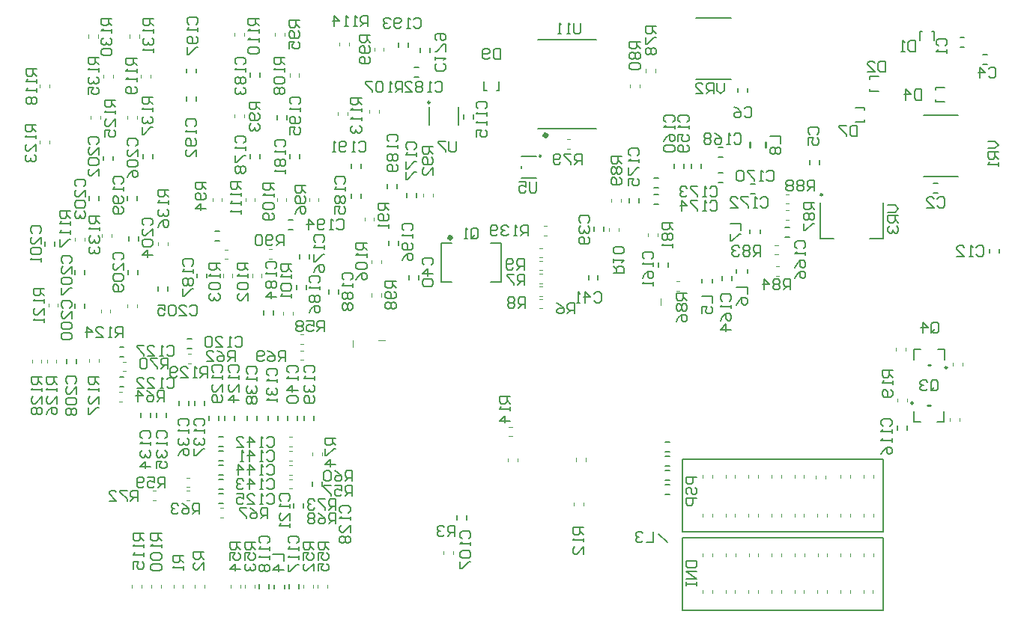
<source format=gbo>
G04 Layer_Color=32896*
%FSLAX44Y44*%
%MOMM*%
G71*
G01*
G75*
%ADD46C,0.2500*%
%ADD49C,0.2000*%
%ADD51C,0.5000*%
%ADD52C,0.1500*%
%ADD60C,0.2540*%
%ADD63C,0.1000*%
%ADD112C,0.1524*%
D46*
X855848Y1193250D02*
G03*
X855848Y1193250I-1000J0D01*
G01*
X730250Y1254000D02*
G03*
X730250Y1254000I-1000J0D01*
G01*
X1173750Y1149500D02*
G03*
X1173750Y1149500I-1000J0D01*
G01*
X1276250Y913750D02*
G03*
X1276250Y913750I-1000J0D01*
G01*
X1314750Y954000D02*
G03*
X1314750Y954000I-1000J0D01*
G01*
D49*
X989000Y765500D02*
X999000Y756500D01*
X743000Y1051000D02*
Y1095000D01*
Y1051000D02*
X754700D01*
X743000Y1095000D02*
X754700D01*
X799050Y1051000D02*
X811000D01*
X799050Y1095000D02*
X811000D01*
Y1051000D02*
Y1095000D01*
X1171500Y1100250D02*
X1187000D01*
X1227000D02*
X1242500D01*
Y1140750D01*
X1171500Y1100250D02*
Y1140750D01*
X852500Y1224500D02*
X918000D01*
X852000Y1325500D02*
X918000D01*
X1311500Y892750D02*
Y904750D01*
X1303630Y892750D02*
X1311250D01*
X1277250D02*
X1284870D01*
X1277000D02*
Y904750D01*
X1277500Y963000D02*
Y975000D01*
X1277750D02*
X1285370D01*
X1304130D02*
X1311750D01*
X1312000Y963000D02*
Y975000D01*
X1253500Y950750D02*
X1241504D01*
Y944752D01*
X1243503Y942753D01*
X1247502D01*
X1249501Y944752D01*
Y950750D01*
Y946751D02*
X1253500Y942753D01*
Y938754D02*
Y934755D01*
Y936755D01*
X1241504D01*
X1243503Y938754D01*
X1251501Y928757D02*
X1253500Y926758D01*
Y922759D01*
X1251501Y920760D01*
X1243503D01*
X1241504Y922759D01*
Y926758D01*
X1243503Y928757D01*
X1245503D01*
X1247502Y926758D01*
Y920760D01*
X630378Y789378D02*
X628379Y791377D01*
Y795376D01*
X630378Y797375D01*
X638376D01*
X640375Y795376D01*
Y791377D01*
X638376Y789378D01*
X640375Y785379D02*
Y781380D01*
Y783380D01*
X628379D01*
X630378Y785379D01*
X640375Y767385D02*
Y775382D01*
X632378Y767385D01*
X630378D01*
X628379Y769384D01*
Y773383D01*
X630378Y775382D01*
Y763386D02*
X628379Y761387D01*
Y757388D01*
X630378Y755389D01*
X632378D01*
X634377Y757388D01*
X636376Y755389D01*
X638376D01*
X640375Y757388D01*
Y761387D01*
X638376Y763386D01*
X636376D01*
X634377Y761387D01*
X632378Y763386D01*
X630378D01*
X634377Y761387D02*
Y757388D01*
X1242503Y887753D02*
X1240504Y889752D01*
Y893751D01*
X1242503Y895750D01*
X1250501D01*
X1252500Y893751D01*
Y889752D01*
X1250501Y887753D01*
X1252500Y883754D02*
Y879755D01*
Y881755D01*
X1240504D01*
X1242503Y883754D01*
X1252500Y873757D02*
Y869758D01*
Y871758D01*
X1240504D01*
X1242503Y873757D01*
X1240504Y855763D02*
X1242503Y859762D01*
X1246502Y863760D01*
X1250501D01*
X1252500Y861761D01*
Y857762D01*
X1250501Y855763D01*
X1248501D01*
X1246502Y857762D01*
Y863760D01*
X1104000Y1080000D02*
Y1091996D01*
X1098002D01*
X1096003Y1089997D01*
Y1085998D01*
X1098002Y1083999D01*
X1104000D01*
X1100001D02*
X1096003Y1080000D01*
X1092004Y1089997D02*
X1090005Y1091996D01*
X1086006D01*
X1084007Y1089997D01*
Y1087997D01*
X1086006Y1085998D01*
X1084007Y1083999D01*
Y1081999D01*
X1086006Y1080000D01*
X1090005D01*
X1092004Y1081999D01*
Y1083999D01*
X1090005Y1085998D01*
X1092004Y1087997D01*
Y1089997D01*
X1090005Y1085998D02*
X1086006D01*
X1080008Y1089997D02*
X1078008Y1091996D01*
X1074010D01*
X1072010Y1089997D01*
Y1087997D01*
X1074010Y1085998D01*
X1076009D01*
X1074010D01*
X1072010Y1083999D01*
Y1081999D01*
X1074010Y1080000D01*
X1078008D01*
X1080008Y1081999D01*
X1138000Y1042000D02*
Y1053996D01*
X1132002D01*
X1130003Y1051997D01*
Y1047998D01*
X1132002Y1045999D01*
X1138000D01*
X1134001D02*
X1130003Y1042000D01*
X1126004Y1051997D02*
X1124005Y1053996D01*
X1120006D01*
X1118007Y1051997D01*
Y1049997D01*
X1120006Y1047998D01*
X1118007Y1045999D01*
Y1043999D01*
X1120006Y1042000D01*
X1124005D01*
X1126004Y1043999D01*
Y1045999D01*
X1124005Y1047998D01*
X1126004Y1049997D01*
Y1051997D01*
X1124005Y1047998D02*
X1120006D01*
X1108010Y1042000D02*
Y1053996D01*
X1114008Y1047998D01*
X1106010D01*
X553004Y743000D02*
X565000D01*
Y735003D01*
Y725006D02*
X553004D01*
X559002Y731004D01*
Y723007D01*
X533000Y756000D02*
X521004D01*
Y750002D01*
X523003Y748003D01*
X527002D01*
X529001Y750002D01*
Y756000D01*
Y752001D02*
X533000Y748003D01*
X521004Y736006D02*
Y744004D01*
X527002D01*
X525003Y740005D01*
Y738006D01*
X527002Y736006D01*
X531001D01*
X533000Y738006D01*
Y742004D01*
X531001Y744004D01*
X523003Y732008D02*
X521004Y730008D01*
Y726010D01*
X523003Y724010D01*
X525003D01*
X527002Y726010D01*
Y728009D01*
Y726010D01*
X529001Y724010D01*
X531001D01*
X533000Y726010D01*
Y730008D01*
X531001Y732008D01*
X516000Y756000D02*
X504004D01*
Y750002D01*
X506003Y748003D01*
X510002D01*
X512001Y750002D01*
Y756000D01*
Y752001D02*
X516000Y748003D01*
X504004Y736006D02*
Y744004D01*
X510002D01*
X508003Y740005D01*
Y738006D01*
X510002Y736006D01*
X514001D01*
X516000Y738006D01*
Y742004D01*
X514001Y744004D01*
X516000Y726010D02*
X504004D01*
X510002Y732008D01*
Y724010D01*
X599000Y756000D02*
X587004D01*
Y750002D01*
X589003Y748003D01*
X593002D01*
X595001Y750002D01*
Y756000D01*
Y752001D02*
X599000Y748003D01*
X587004Y736006D02*
Y744004D01*
X593002D01*
X591003Y740005D01*
Y738006D01*
X593002Y736006D01*
X597001D01*
X599000Y738006D01*
Y742004D01*
X597001Y744004D01*
X599000Y724010D02*
Y732008D01*
X591003Y724010D01*
X589003D01*
X587004Y726010D01*
Y730008D01*
X589003Y732008D01*
X616000Y756000D02*
X604004D01*
Y750002D01*
X606003Y748003D01*
X610002D01*
X612001Y750002D01*
Y756000D01*
Y752001D02*
X616000Y748003D01*
X604004Y736006D02*
Y744004D01*
X610002D01*
X608003Y740005D01*
Y738006D01*
X610002Y736006D01*
X614001D01*
X616000Y738006D01*
Y742004D01*
X614001Y744004D01*
X604004Y724010D02*
Y732008D01*
X610002D01*
X608003Y728009D01*
Y726010D01*
X610002Y724010D01*
X614001D01*
X616000Y726010D01*
Y730008D01*
X614001Y732008D01*
X1248004Y1138000D02*
X1256001D01*
X1260000Y1134001D01*
X1256001Y1130003D01*
X1248004D01*
X1260000Y1126004D02*
X1248004D01*
Y1120006D01*
X1250003Y1118007D01*
X1254002D01*
X1256001Y1120006D01*
Y1126004D01*
Y1122005D02*
X1260000Y1118007D01*
X1250003Y1114008D02*
X1248004Y1112008D01*
Y1108010D01*
X1250003Y1106010D01*
X1252003D01*
X1254002Y1108010D01*
Y1110009D01*
Y1108010D01*
X1256001Y1106010D01*
X1258001D01*
X1260000Y1108010D01*
Y1112008D01*
X1258001Y1114008D01*
X1063000Y1275996D02*
Y1267999D01*
X1059001Y1264000D01*
X1055003Y1267999D01*
Y1275996D01*
X1051004Y1264000D02*
Y1275996D01*
X1045006D01*
X1043007Y1273997D01*
Y1269998D01*
X1045006Y1267999D01*
X1051004D01*
X1047005D02*
X1043007Y1264000D01*
X1031010D02*
X1039008D01*
X1031010Y1271997D01*
Y1273997D01*
X1033010Y1275996D01*
X1037008D01*
X1039008Y1273997D01*
X1361004Y1210000D02*
X1369001D01*
X1373000Y1206001D01*
X1369001Y1202003D01*
X1361004D01*
X1373000Y1198004D02*
X1361004D01*
Y1192006D01*
X1363003Y1190006D01*
X1367002D01*
X1369001Y1192006D01*
Y1198004D01*
Y1194005D02*
X1373000Y1190006D01*
Y1186008D02*
Y1182009D01*
Y1184008D01*
X1361004D01*
X1363003Y1186008D01*
X916003Y1037497D02*
X918002Y1039496D01*
X922001D01*
X924000Y1037497D01*
Y1029499D01*
X922001Y1027500D01*
X918002D01*
X916003Y1029499D01*
X906006Y1027500D02*
Y1039496D01*
X912004Y1033498D01*
X904007D01*
X900008Y1027500D02*
X896009D01*
X898008D01*
Y1039496D01*
X900008Y1037497D01*
X724003Y1070003D02*
X722004Y1072002D01*
Y1076001D01*
X724003Y1078000D01*
X732001D01*
X734000Y1076001D01*
Y1072002D01*
X732001Y1070003D01*
X734000Y1060006D02*
X722004D01*
X728002Y1066004D01*
Y1058007D01*
X724003Y1054008D02*
X722004Y1052008D01*
Y1048010D01*
X724003Y1046010D01*
X732001D01*
X734000Y1048010D01*
Y1052008D01*
X732001Y1054008D01*
X724003D01*
X760000Y1209996D02*
Y1199999D01*
X758001Y1198000D01*
X754002D01*
X752003Y1199999D01*
Y1209996D01*
X748004D02*
X740006D01*
Y1207997D01*
X748004Y1199999D01*
Y1198000D01*
X851000Y1163996D02*
Y1153999D01*
X849001Y1152000D01*
X845002D01*
X843003Y1153999D01*
Y1163996D01*
X831006D02*
X839004D01*
Y1157998D01*
X835005Y1159997D01*
X833006D01*
X831006Y1157998D01*
Y1153999D01*
X833006Y1152000D01*
X837004D01*
X839004Y1153999D01*
X417000Y1260000D02*
X405004D01*
Y1254002D01*
X407003Y1252003D01*
X411002D01*
X413001Y1254002D01*
Y1260000D01*
Y1256001D02*
X417000Y1252003D01*
Y1248004D02*
Y1244005D01*
Y1246004D01*
X405004D01*
X407003Y1248004D01*
Y1238007D02*
X405004Y1236008D01*
Y1232009D01*
X407003Y1230010D01*
X409003D01*
X411002Y1232009D01*
Y1234008D01*
Y1232009D01*
X413001Y1230010D01*
X415001D01*
X417000Y1232009D01*
Y1236008D01*
X415001Y1238007D01*
X405004Y1226011D02*
Y1218014D01*
X407003D01*
X415001Y1226011D01*
X417000D01*
X435000Y1155000D02*
X423004D01*
Y1149002D01*
X425003Y1147003D01*
X429002D01*
X431001Y1149002D01*
Y1155000D01*
Y1151001D02*
X435000Y1147003D01*
Y1143004D02*
Y1139005D01*
Y1141004D01*
X423004D01*
X425003Y1143004D01*
Y1133007D02*
X423004Y1131008D01*
Y1127009D01*
X425003Y1125010D01*
X427003D01*
X429002Y1127009D01*
Y1129008D01*
Y1127009D01*
X431001Y1125010D01*
X433001D01*
X435000Y1127009D01*
Y1131008D01*
X433001Y1133007D01*
X423004Y1113014D02*
X425003Y1117012D01*
X429002Y1121011D01*
X433001D01*
X435000Y1119012D01*
Y1115013D01*
X433001Y1113014D01*
X431001D01*
X429002Y1115013D01*
Y1121011D01*
X356000Y1305000D02*
X344004D01*
Y1299002D01*
X346003Y1297003D01*
X350002D01*
X352001Y1299002D01*
Y1305000D01*
Y1301001D02*
X356000Y1297003D01*
Y1293004D02*
Y1289005D01*
Y1291004D01*
X344004D01*
X346003Y1293004D01*
Y1283007D02*
X344004Y1281008D01*
Y1277009D01*
X346003Y1275010D01*
X348003D01*
X350002Y1277009D01*
Y1279008D01*
Y1277009D01*
X352001Y1275010D01*
X354001D01*
X356000Y1277009D01*
Y1281008D01*
X354001Y1283007D01*
X344004Y1263014D02*
Y1271011D01*
X350002D01*
X348003Y1267012D01*
Y1265013D01*
X350002Y1263014D01*
X354001D01*
X356000Y1265013D01*
Y1269012D01*
X354001Y1271011D01*
X357000Y1125000D02*
X345004D01*
Y1119002D01*
X347003Y1117003D01*
X351002D01*
X353001Y1119002D01*
Y1125000D01*
Y1121001D02*
X357000Y1117003D01*
Y1113004D02*
Y1109005D01*
Y1111004D01*
X345004D01*
X347003Y1113004D01*
Y1103007D02*
X345004Y1101008D01*
Y1097009D01*
X347003Y1095010D01*
X349003D01*
X351002Y1097009D01*
Y1099008D01*
Y1097009D01*
X353001Y1095010D01*
X355001D01*
X357000Y1097009D01*
Y1101008D01*
X355001Y1103007D01*
X347003Y1091011D02*
X345004Y1089012D01*
Y1085013D01*
X347003Y1083014D01*
X349003D01*
X351002Y1085013D01*
Y1087012D01*
Y1085013D01*
X353001Y1083014D01*
X355001D01*
X357000Y1085013D01*
Y1089012D01*
X355001Y1091011D01*
X418000Y1349000D02*
X406004D01*
Y1343002D01*
X408003Y1341003D01*
X412002D01*
X414001Y1343002D01*
Y1349000D01*
Y1345001D02*
X418000Y1341003D01*
Y1337004D02*
Y1333005D01*
Y1335004D01*
X406004D01*
X408003Y1337004D01*
Y1327007D02*
X406004Y1325008D01*
Y1321009D01*
X408003Y1319010D01*
X410003D01*
X412002Y1321009D01*
Y1323008D01*
Y1321009D01*
X414001Y1319010D01*
X416001D01*
X418000Y1321009D01*
Y1325008D01*
X416001Y1327007D01*
X418000Y1315011D02*
Y1311012D01*
Y1313012D01*
X406004D01*
X408003Y1315011D01*
X371000Y1349000D02*
X359004D01*
Y1343002D01*
X361003Y1341003D01*
X365002D01*
X367001Y1343002D01*
Y1349000D01*
Y1345001D02*
X371000Y1341003D01*
Y1337004D02*
Y1333005D01*
Y1335004D01*
X359004D01*
X361003Y1337004D01*
Y1327007D02*
X359004Y1325008D01*
Y1321009D01*
X361003Y1319010D01*
X363003D01*
X365002Y1321009D01*
Y1323008D01*
Y1321009D01*
X367001Y1319010D01*
X369001D01*
X371000Y1321009D01*
Y1325008D01*
X369001Y1327007D01*
X361003Y1315011D02*
X359004Y1313012D01*
Y1309013D01*
X361003Y1307014D01*
X369001D01*
X371000Y1309013D01*
Y1313012D01*
X369001Y1315011D01*
X361003D01*
X478750Y942750D02*
Y954746D01*
X472752D01*
X470753Y952747D01*
Y948748D01*
X472752Y946749D01*
X478750D01*
X474751D02*
X470753Y942750D01*
X466754D02*
X462755D01*
X464754D01*
Y954746D01*
X466754Y952747D01*
X448760Y942750D02*
X456757D01*
X448760Y950747D01*
Y952747D01*
X450759Y954746D01*
X454758D01*
X456757Y952747D01*
X444761Y944749D02*
X442762Y942750D01*
X438763D01*
X436764Y944749D01*
Y952747D01*
X438763Y954746D01*
X442762D01*
X444761Y952747D01*
Y950747D01*
X442762Y948748D01*
X436764D01*
X292000Y943000D02*
X280004D01*
Y937002D01*
X282003Y935003D01*
X286002D01*
X288001Y937002D01*
Y943000D01*
Y939001D02*
X292000Y935003D01*
Y931004D02*
Y927005D01*
Y929005D01*
X280004D01*
X282003Y931004D01*
X292000Y913010D02*
Y921007D01*
X284003Y913010D01*
X282003D01*
X280004Y915009D01*
Y919008D01*
X282003Y921007D01*
Y909011D02*
X280004Y907012D01*
Y903013D01*
X282003Y901014D01*
X284003D01*
X286002Y903013D01*
X288001Y901014D01*
X290001D01*
X292000Y903013D01*
Y907012D01*
X290001Y909011D01*
X288001D01*
X286002Y907012D01*
X284003Y909011D01*
X282003D01*
X286002Y907012D02*
Y903013D01*
X356000Y943000D02*
X344004D01*
Y937002D01*
X346003Y935003D01*
X350002D01*
X352001Y937002D01*
Y943000D01*
Y939001D02*
X356000Y935003D01*
Y931004D02*
Y927005D01*
Y929005D01*
X344004D01*
X346003Y931004D01*
X356000Y913010D02*
Y921007D01*
X348003Y913010D01*
X346003D01*
X344004Y915009D01*
Y919008D01*
X346003Y921007D01*
X344004Y909011D02*
Y901014D01*
X346003D01*
X354001Y909011D01*
X356000D01*
X309000Y943000D02*
X297004D01*
Y937002D01*
X299003Y935003D01*
X303002D01*
X305001Y937002D01*
Y943000D01*
Y939001D02*
X309000Y935003D01*
Y931004D02*
Y927005D01*
Y929005D01*
X297004D01*
X299003Y931004D01*
X309000Y913010D02*
Y921007D01*
X301003Y913010D01*
X299003D01*
X297004Y915009D01*
Y919008D01*
X299003Y921007D01*
X297004Y901014D02*
X299003Y905012D01*
X303002Y909011D01*
X307001D01*
X309000Y907012D01*
Y903013D01*
X307001Y901014D01*
X305001D01*
X303002Y903013D01*
Y909011D01*
X375000Y1257000D02*
X363004D01*
Y1251002D01*
X365003Y1249003D01*
X369002D01*
X371001Y1251002D01*
Y1257000D01*
Y1253001D02*
X375000Y1249003D01*
Y1245004D02*
Y1241005D01*
Y1243005D01*
X363004D01*
X365003Y1245004D01*
X375000Y1227010D02*
Y1235007D01*
X367003Y1227010D01*
X365003D01*
X363004Y1229009D01*
Y1233008D01*
X365003Y1235007D01*
X363004Y1215014D02*
Y1223011D01*
X369002D01*
X367003Y1219012D01*
Y1217013D01*
X369002Y1215014D01*
X373001D01*
X375000Y1217013D01*
Y1221012D01*
X373001Y1223011D01*
X383000Y988000D02*
Y999996D01*
X377002D01*
X375003Y997997D01*
Y993998D01*
X377002Y991999D01*
X383000D01*
X379001D02*
X375003Y988000D01*
X371004D02*
X367005D01*
X369005D01*
Y999996D01*
X371004Y997997D01*
X353010Y988000D02*
X361007D01*
X353010Y995997D01*
Y997997D01*
X355009Y999996D01*
X359008D01*
X361007Y997997D01*
X343013Y988000D02*
Y999996D01*
X349011Y993998D01*
X341014D01*
X294500Y1043250D02*
X282504D01*
Y1037252D01*
X284503Y1035253D01*
X288502D01*
X290501Y1037252D01*
Y1043250D01*
Y1039251D02*
X294500Y1035253D01*
Y1031254D02*
Y1027255D01*
Y1029255D01*
X282504D01*
X284503Y1031254D01*
X294500Y1013260D02*
Y1021257D01*
X286503Y1013260D01*
X284503D01*
X282504Y1015259D01*
Y1019258D01*
X284503Y1021257D01*
X294500Y1009261D02*
Y1005262D01*
Y1007262D01*
X282504D01*
X284503Y1009261D01*
X399000Y1304000D02*
X387004D01*
Y1298002D01*
X389003Y1296003D01*
X393002D01*
X395001Y1298002D01*
Y1304000D01*
Y1300001D02*
X399000Y1296003D01*
Y1292004D02*
Y1288005D01*
Y1290004D01*
X387004D01*
X389003Y1292004D01*
X399000Y1282007D02*
Y1278008D01*
Y1280008D01*
X387004D01*
X389003Y1282007D01*
X397001Y1272010D02*
X399000Y1270011D01*
Y1266012D01*
X397001Y1264013D01*
X389003D01*
X387004Y1266012D01*
Y1270011D01*
X389003Y1272010D01*
X391003D01*
X393002Y1270011D01*
Y1264013D01*
X286000Y1292000D02*
X274004D01*
Y1286002D01*
X276003Y1284003D01*
X280002D01*
X282001Y1286002D01*
Y1292000D01*
Y1288001D02*
X286000Y1284003D01*
Y1280004D02*
Y1276005D01*
Y1278005D01*
X274004D01*
X276003Y1280004D01*
X286000Y1270007D02*
Y1266008D01*
Y1268008D01*
X274004D01*
X276003Y1270007D01*
Y1260010D02*
X274004Y1258011D01*
Y1254012D01*
X276003Y1252013D01*
X278003D01*
X280002Y1254012D01*
X282001Y1252013D01*
X284001D01*
X286000Y1254012D01*
Y1258011D01*
X284001Y1260010D01*
X282001D01*
X280002Y1258011D01*
X278003Y1260010D01*
X276003D01*
X280002Y1258011D02*
Y1254012D01*
X324000Y1131000D02*
X312004D01*
Y1125002D01*
X314003Y1123003D01*
X318002D01*
X320001Y1125002D01*
Y1131000D01*
Y1127001D02*
X324000Y1123003D01*
Y1119004D02*
Y1115005D01*
Y1117004D01*
X312004D01*
X314003Y1119004D01*
X324000Y1109007D02*
Y1105008D01*
Y1107008D01*
X312004D01*
X314003Y1109007D01*
X312004Y1099010D02*
Y1091013D01*
X314003D01*
X322001Y1099010D01*
X324000D01*
X947000Y1193000D02*
X935004D01*
Y1187002D01*
X937003Y1185003D01*
X941002D01*
X943001Y1187002D01*
Y1193000D01*
Y1189001D02*
X947000Y1185003D01*
X937003Y1181004D02*
X935004Y1179005D01*
Y1175006D01*
X937003Y1173007D01*
X939003D01*
X941002Y1175006D01*
X943001Y1173007D01*
X945001D01*
X947000Y1175006D01*
Y1179005D01*
X945001Y1181004D01*
X943001D01*
X941002Y1179005D01*
X939003Y1181004D01*
X937003D01*
X941002Y1179005D02*
Y1175006D01*
X945001Y1169008D02*
X947000Y1167008D01*
Y1163010D01*
X945001Y1161010D01*
X937003D01*
X935004Y1163010D01*
Y1167008D01*
X937003Y1169008D01*
X939003D01*
X941002Y1167008D01*
Y1161010D01*
X1165000Y1154000D02*
Y1165996D01*
X1159002D01*
X1157003Y1163997D01*
Y1159998D01*
X1159002Y1157999D01*
X1165000D01*
X1161001D02*
X1157003Y1154000D01*
X1153004Y1163997D02*
X1151004Y1165996D01*
X1147006D01*
X1145006Y1163997D01*
Y1161997D01*
X1147006Y1159998D01*
X1145006Y1157999D01*
Y1155999D01*
X1147006Y1154000D01*
X1151004D01*
X1153004Y1155999D01*
Y1157999D01*
X1151004Y1159998D01*
X1153004Y1161997D01*
Y1163997D01*
X1151004Y1159998D02*
X1147006D01*
X1141008Y1163997D02*
X1139008Y1165996D01*
X1135010D01*
X1133010Y1163997D01*
Y1161997D01*
X1135010Y1159998D01*
X1133010Y1157999D01*
Y1155999D01*
X1135010Y1154000D01*
X1139008D01*
X1141008Y1155999D01*
Y1157999D01*
X1139008Y1159998D01*
X1141008Y1161997D01*
Y1163997D01*
X1139008Y1159998D02*
X1135010D01*
X1165000Y1141000D02*
X1153004D01*
Y1135002D01*
X1155003Y1133003D01*
X1159002D01*
X1161001Y1135002D01*
Y1141000D01*
Y1137001D02*
X1165000Y1133003D01*
X1155003Y1129004D02*
X1153004Y1127004D01*
Y1123006D01*
X1155003Y1121006D01*
X1157003D01*
X1159002Y1123006D01*
X1161001Y1121006D01*
X1163001D01*
X1165000Y1123006D01*
Y1127004D01*
X1163001Y1129004D01*
X1161001D01*
X1159002Y1127004D01*
X1157003Y1129004D01*
X1155003D01*
X1159002Y1127004D02*
Y1123006D01*
X1153004Y1117008D02*
Y1109010D01*
X1155003D01*
X1163001Y1117008D01*
X1165000D01*
X1020750Y1038000D02*
X1008754D01*
Y1032002D01*
X1010753Y1030003D01*
X1014752D01*
X1016751Y1032002D01*
Y1038000D01*
Y1034001D02*
X1020750Y1030003D01*
X1010753Y1026004D02*
X1008754Y1024005D01*
Y1020006D01*
X1010753Y1018007D01*
X1012753D01*
X1014752Y1020006D01*
X1016751Y1018007D01*
X1018751D01*
X1020750Y1020006D01*
Y1024005D01*
X1018751Y1026004D01*
X1016751D01*
X1014752Y1024005D01*
X1012753Y1026004D01*
X1010753D01*
X1014752Y1024005D02*
Y1020006D01*
X1008754Y1006010D02*
X1010753Y1010009D01*
X1014752Y1014008D01*
X1018751D01*
X1020750Y1012008D01*
Y1008010D01*
X1018751Y1006010D01*
X1016751D01*
X1014752Y1008010D01*
Y1014008D01*
X1005000Y1118000D02*
X993004D01*
Y1112002D01*
X995003Y1110003D01*
X999002D01*
X1001001Y1112002D01*
Y1118000D01*
Y1114001D02*
X1005000Y1110003D01*
X995003Y1106004D02*
X993004Y1104005D01*
Y1100006D01*
X995003Y1098007D01*
X997003D01*
X999002Y1100006D01*
X1001001Y1098007D01*
X1003001D01*
X1005000Y1100006D01*
Y1104005D01*
X1003001Y1106004D01*
X1001001D01*
X999002Y1104005D01*
X997003Y1106004D01*
X995003D01*
X999002Y1104005D02*
Y1100006D01*
X1005000Y1094008D02*
Y1090009D01*
Y1092008D01*
X993004D01*
X995003Y1094008D01*
X1115004Y1215570D02*
X1127000D01*
Y1207573D01*
X1117003Y1203574D02*
X1115004Y1201574D01*
Y1197576D01*
X1117003Y1195576D01*
X1119003D01*
X1121002Y1197576D01*
X1123001Y1195576D01*
X1125001D01*
X1127000Y1197576D01*
Y1201574D01*
X1125001Y1203574D01*
X1123001D01*
X1121002Y1201574D01*
X1119003Y1203574D01*
X1117003D01*
X1121002Y1201574D02*
Y1197576D01*
X1070004Y1117000D02*
X1082000D01*
Y1109003D01*
X1070004Y1105004D02*
Y1097007D01*
X1072003D01*
X1080001Y1105004D01*
X1082000D01*
X1077004Y1045000D02*
X1089000D01*
Y1037003D01*
X1077004Y1025006D02*
X1079003Y1029005D01*
X1083002Y1033004D01*
X1087001D01*
X1089000Y1031004D01*
Y1027006D01*
X1087001Y1025006D01*
X1085001D01*
X1083002Y1027006D01*
Y1033004D01*
X1038004Y1035000D02*
X1050000D01*
Y1027003D01*
X1038004Y1015006D02*
Y1023004D01*
X1044002D01*
X1042003Y1019005D01*
Y1017006D01*
X1044002Y1015006D01*
X1048001D01*
X1050000Y1017006D01*
Y1021004D01*
X1048001Y1023004D01*
X374003Y1076003D02*
X372004Y1078002D01*
Y1082001D01*
X374003Y1084000D01*
X382001D01*
X384000Y1082001D01*
Y1078002D01*
X382001Y1076003D01*
X384000Y1064007D02*
Y1072004D01*
X376003Y1064007D01*
X374003D01*
X372004Y1066006D01*
Y1070005D01*
X374003Y1072004D01*
Y1060008D02*
X372004Y1058008D01*
Y1054010D01*
X374003Y1052010D01*
X382001D01*
X384000Y1054010D01*
Y1058008D01*
X382001Y1060008D01*
X374003D01*
X382001Y1048012D02*
X384000Y1046012D01*
Y1042014D01*
X382001Y1040014D01*
X374003D01*
X372004Y1042014D01*
Y1046012D01*
X374003Y1048012D01*
X376003D01*
X378002Y1046012D01*
Y1040014D01*
X321003Y936003D02*
X319004Y938002D01*
Y942001D01*
X321003Y944000D01*
X329001D01*
X331000Y942001D01*
Y938002D01*
X329001Y936003D01*
X331000Y924007D02*
Y932004D01*
X323003Y924007D01*
X321003D01*
X319004Y926006D01*
Y930005D01*
X321003Y932004D01*
Y920008D02*
X319004Y918008D01*
Y914010D01*
X321003Y912010D01*
X329001D01*
X331000Y914010D01*
Y918008D01*
X329001Y920008D01*
X321003D01*
Y908012D02*
X319004Y906012D01*
Y902014D01*
X321003Y900014D01*
X323003D01*
X325002Y902014D01*
X327001Y900014D01*
X329001D01*
X331000Y902014D01*
Y906012D01*
X329001Y908012D01*
X327001D01*
X325002Y906012D01*
X323003Y908012D01*
X321003D01*
X325002Y906012D02*
Y902014D01*
X315503Y1072253D02*
X313504Y1074252D01*
Y1078251D01*
X315503Y1080250D01*
X323501D01*
X325500Y1078251D01*
Y1074252D01*
X323501Y1072253D01*
X325500Y1060257D02*
Y1068254D01*
X317503Y1060257D01*
X315503D01*
X313504Y1062256D01*
Y1066255D01*
X315503Y1068254D01*
Y1056258D02*
X313504Y1054258D01*
Y1050260D01*
X315503Y1048260D01*
X323501D01*
X325500Y1050260D01*
Y1054258D01*
X323501Y1056258D01*
X315503D01*
X313504Y1044262D02*
Y1036264D01*
X315503D01*
X323501Y1044262D01*
X325500D01*
X390003Y1205003D02*
X388004Y1207002D01*
Y1211001D01*
X390003Y1213000D01*
X398001D01*
X400000Y1211001D01*
Y1207002D01*
X398001Y1205003D01*
X400000Y1193007D02*
Y1201004D01*
X392003Y1193007D01*
X390003D01*
X388004Y1195006D01*
Y1199005D01*
X390003Y1201004D01*
Y1189008D02*
X388004Y1187008D01*
Y1183010D01*
X390003Y1181010D01*
X398001D01*
X400000Y1183010D01*
Y1187008D01*
X398001Y1189008D01*
X390003D01*
X388004Y1169014D02*
X390003Y1173013D01*
X394002Y1177012D01*
X398001D01*
X400000Y1175012D01*
Y1171014D01*
X398001Y1169014D01*
X396001D01*
X394002Y1171014D01*
Y1177012D01*
X459003Y1022997D02*
X461002Y1024996D01*
X465001D01*
X467000Y1022997D01*
Y1014999D01*
X465001Y1013000D01*
X461002D01*
X459003Y1014999D01*
X447006Y1013000D02*
X455004D01*
X447006Y1020997D01*
Y1022997D01*
X449006Y1024996D01*
X453004D01*
X455004Y1022997D01*
X443008D02*
X441008Y1024996D01*
X437010D01*
X435010Y1022997D01*
Y1014999D01*
X437010Y1013000D01*
X441008D01*
X443008Y1014999D01*
Y1022997D01*
X423014Y1024996D02*
X431012D01*
Y1018998D01*
X427013Y1020997D01*
X425014D01*
X423014Y1018998D01*
Y1014999D01*
X425014Y1013000D01*
X429012D01*
X431012Y1014999D01*
X407003Y1115003D02*
X405004Y1117002D01*
Y1121001D01*
X407003Y1123000D01*
X415001D01*
X417000Y1121001D01*
Y1117002D01*
X415001Y1115003D01*
X417000Y1103007D02*
Y1111004D01*
X409003Y1103007D01*
X407003D01*
X405004Y1105006D01*
Y1109005D01*
X407003Y1111004D01*
Y1099008D02*
X405004Y1097008D01*
Y1093010D01*
X407003Y1091010D01*
X415001D01*
X417000Y1093010D01*
Y1097008D01*
X415001Y1099008D01*
X407003D01*
X417000Y1081014D02*
X405004D01*
X411002Y1087012D01*
Y1079014D01*
X331003Y1159003D02*
X329004Y1161002D01*
Y1165001D01*
X331003Y1167000D01*
X339001D01*
X341000Y1165001D01*
Y1161002D01*
X339001Y1159003D01*
X341000Y1147007D02*
Y1155004D01*
X333003Y1147007D01*
X331003D01*
X329004Y1149006D01*
Y1153005D01*
X331003Y1155004D01*
Y1143008D02*
X329004Y1141008D01*
Y1137010D01*
X331003Y1135010D01*
X339001D01*
X341000Y1137010D01*
Y1141008D01*
X339001Y1143008D01*
X331003D01*
Y1131012D02*
X329004Y1129012D01*
Y1125014D01*
X331003Y1123014D01*
X333003D01*
X335002Y1125014D01*
Y1127013D01*
Y1125014D01*
X337001Y1123014D01*
X339001D01*
X341000Y1125014D01*
Y1129012D01*
X339001Y1131012D01*
X346003Y1207003D02*
X344004Y1209002D01*
Y1213001D01*
X346003Y1215000D01*
X354001D01*
X356000Y1213001D01*
Y1209002D01*
X354001Y1207003D01*
X356000Y1195006D02*
Y1203004D01*
X348003Y1195006D01*
X346003D01*
X344004Y1197006D01*
Y1201004D01*
X346003Y1203004D01*
Y1191008D02*
X344004Y1189008D01*
Y1185010D01*
X346003Y1183010D01*
X354001D01*
X356000Y1185010D01*
Y1189008D01*
X354001Y1191008D01*
X346003D01*
X356000Y1171014D02*
Y1179012D01*
X348003Y1171014D01*
X346003D01*
X344004Y1173014D01*
Y1177012D01*
X346003Y1179012D01*
X315503Y1021503D02*
X313504Y1023502D01*
Y1027501D01*
X315503Y1029500D01*
X323501D01*
X325500Y1027501D01*
Y1023502D01*
X323501Y1021503D01*
X325500Y1009507D02*
Y1017504D01*
X317503Y1009507D01*
X315503D01*
X313504Y1011506D01*
Y1015505D01*
X315503Y1017504D01*
Y1005508D02*
X313504Y1003508D01*
Y999510D01*
X315503Y997510D01*
X323501D01*
X325500Y999510D01*
Y1003508D01*
X323501Y1005508D01*
X315503D01*
Y993512D02*
X313504Y991512D01*
Y987514D01*
X315503Y985514D01*
X323501D01*
X325500Y987514D01*
Y991512D01*
X323501Y993512D01*
X315503D01*
X374003Y1162003D02*
X372004Y1164002D01*
Y1168001D01*
X374003Y1170000D01*
X382001D01*
X384000Y1168001D01*
Y1164002D01*
X382001Y1162003D01*
X384000Y1158004D02*
Y1154005D01*
Y1156004D01*
X372004D01*
X374003Y1158004D01*
X382001Y1148007D02*
X384000Y1146008D01*
Y1142009D01*
X382001Y1140010D01*
X374003D01*
X372004Y1142009D01*
Y1146008D01*
X374003Y1148007D01*
X376003D01*
X378002Y1146008D01*
Y1140010D01*
X382001Y1136011D02*
X384000Y1134012D01*
Y1130013D01*
X382001Y1128014D01*
X374003D01*
X372004Y1130013D01*
Y1134012D01*
X374003Y1136011D01*
X376003D01*
X378002Y1134012D01*
Y1128014D01*
X957003Y1194003D02*
X955004Y1196002D01*
Y1200001D01*
X957003Y1202000D01*
X965001D01*
X967000Y1200001D01*
Y1196002D01*
X965001Y1194003D01*
X967000Y1190004D02*
Y1186005D01*
Y1188005D01*
X955004D01*
X957003Y1190004D01*
X955004Y1180007D02*
Y1172010D01*
X957003D01*
X965001Y1180007D01*
X967000D01*
X955004Y1160014D02*
Y1168011D01*
X961002D01*
X959003Y1164012D01*
Y1162013D01*
X961002Y1160014D01*
X965001D01*
X967000Y1162013D01*
Y1166012D01*
X965001Y1168011D01*
X1047003Y1140997D02*
X1049002Y1142996D01*
X1053001D01*
X1055000Y1140997D01*
Y1132999D01*
X1053001Y1131000D01*
X1049002D01*
X1047003Y1132999D01*
X1043004Y1131000D02*
X1039005D01*
X1041004D01*
Y1142996D01*
X1043004Y1140997D01*
X1033007Y1142996D02*
X1025010D01*
Y1140997D01*
X1033007Y1132999D01*
Y1131000D01*
X1015013D02*
Y1142996D01*
X1021011Y1136998D01*
X1013014D01*
X1047003Y1156997D02*
X1049002Y1158996D01*
X1053001D01*
X1055000Y1156997D01*
Y1148999D01*
X1053001Y1147000D01*
X1049002D01*
X1047003Y1148999D01*
X1043004Y1147000D02*
X1039005D01*
X1041004D01*
Y1158996D01*
X1043004Y1156997D01*
X1033007Y1158996D02*
X1025010D01*
Y1156997D01*
X1033007Y1148999D01*
Y1147000D01*
X1021011Y1156997D02*
X1019012Y1158996D01*
X1015013D01*
X1013014Y1156997D01*
Y1154997D01*
X1015013Y1152998D01*
X1017012D01*
X1015013D01*
X1013014Y1150999D01*
Y1148999D01*
X1015013Y1147000D01*
X1019012D01*
X1021011Y1148999D01*
X1104003Y1144997D02*
X1106002Y1146996D01*
X1110001D01*
X1112000Y1144997D01*
Y1136999D01*
X1110001Y1135000D01*
X1106002D01*
X1104003Y1136999D01*
X1100004Y1135000D02*
X1096005D01*
X1098005D01*
Y1146996D01*
X1100004Y1144997D01*
X1090007Y1146996D02*
X1082010D01*
Y1144997D01*
X1090007Y1136999D01*
Y1135000D01*
X1070014D02*
X1078011D01*
X1070014Y1142997D01*
Y1144997D01*
X1072013Y1146996D01*
X1076012D01*
X1078011Y1144997D01*
X1111003Y1174997D02*
X1113002Y1176996D01*
X1117001D01*
X1119000Y1174997D01*
Y1166999D01*
X1117001Y1165000D01*
X1113002D01*
X1111003Y1166999D01*
X1107004Y1165000D02*
X1103005D01*
X1105005D01*
Y1176996D01*
X1107004Y1174997D01*
X1097007Y1176996D02*
X1089010D01*
Y1174997D01*
X1097007Y1166999D01*
Y1165000D01*
X1085011Y1174997D02*
X1083012Y1176996D01*
X1079013D01*
X1077014Y1174997D01*
Y1166999D01*
X1079013Y1165000D01*
X1083012D01*
X1085011Y1166999D01*
Y1174997D01*
X1074003Y1216997D02*
X1076002Y1218996D01*
X1080001D01*
X1082000Y1216997D01*
Y1208999D01*
X1080001Y1207000D01*
X1076002D01*
X1074003Y1208999D01*
X1070004Y1207000D02*
X1066005D01*
X1068005D01*
Y1218996D01*
X1070004Y1216997D01*
X1052010Y1218996D02*
X1056008Y1216997D01*
X1060007Y1212998D01*
Y1208999D01*
X1058008Y1207000D01*
X1054009D01*
X1052010Y1208999D01*
Y1210999D01*
X1054009Y1212998D01*
X1060007D01*
X1048011Y1216997D02*
X1046012Y1218996D01*
X1042013D01*
X1040014Y1216997D01*
Y1214997D01*
X1042013Y1212998D01*
X1040014Y1210999D01*
Y1208999D01*
X1042013Y1207000D01*
X1046012D01*
X1048011Y1208999D01*
Y1210999D01*
X1046012Y1212998D01*
X1048011Y1214997D01*
Y1216997D01*
X1046012Y1212998D02*
X1042013D01*
X1145003Y1089003D02*
X1143004Y1091002D01*
Y1095001D01*
X1145003Y1097000D01*
X1153001D01*
X1155000Y1095001D01*
Y1091002D01*
X1153001Y1089003D01*
X1155000Y1085004D02*
Y1081005D01*
Y1083005D01*
X1143004D01*
X1145003Y1085004D01*
X1143004Y1067010D02*
X1145003Y1071008D01*
X1149002Y1075007D01*
X1153001D01*
X1155000Y1073008D01*
Y1069009D01*
X1153001Y1067010D01*
X1151001D01*
X1149002Y1069009D01*
Y1075007D01*
X1143004Y1055014D02*
X1145003Y1059012D01*
X1149002Y1063011D01*
X1153001D01*
X1155000Y1061012D01*
Y1057013D01*
X1153001Y1055014D01*
X1151001D01*
X1149002Y1057013D01*
Y1063011D01*
X1061003Y1029003D02*
X1059004Y1031002D01*
Y1035001D01*
X1061003Y1037000D01*
X1069001D01*
X1071000Y1035001D01*
Y1031002D01*
X1069001Y1029003D01*
X1071000Y1025004D02*
Y1021005D01*
Y1023005D01*
X1059004D01*
X1061003Y1025004D01*
X1059004Y1007010D02*
X1061003Y1011008D01*
X1065002Y1015007D01*
X1069001D01*
X1071000Y1013008D01*
Y1009009D01*
X1069001Y1007010D01*
X1067001D01*
X1065002Y1009009D01*
Y1015007D01*
X1071000Y997013D02*
X1059004D01*
X1065002Y1003011D01*
Y995014D01*
X972753Y1077003D02*
X970754Y1079002D01*
Y1083001D01*
X972753Y1085000D01*
X980751D01*
X982750Y1083001D01*
Y1079002D01*
X980751Y1077003D01*
X982750Y1073004D02*
Y1069005D01*
Y1071004D01*
X970754D01*
X972753Y1073004D01*
X970754Y1055010D02*
X972753Y1059008D01*
X976752Y1063007D01*
X980751D01*
X982750Y1061008D01*
Y1057009D01*
X980751Y1055010D01*
X978751D01*
X976752Y1057009D01*
Y1063007D01*
X982750Y1051011D02*
Y1047012D01*
Y1049012D01*
X970754D01*
X972753Y1051011D01*
X997003Y1232003D02*
X995004Y1234002D01*
Y1238001D01*
X997003Y1240000D01*
X1005001D01*
X1007000Y1238001D01*
Y1234002D01*
X1005001Y1232003D01*
X1007000Y1228004D02*
Y1224005D01*
Y1226004D01*
X995004D01*
X997003Y1228004D01*
X995004Y1210010D02*
X997003Y1214008D01*
X1001002Y1218007D01*
X1005001D01*
X1007000Y1216008D01*
Y1212009D01*
X1005001Y1210010D01*
X1003001D01*
X1001002Y1212009D01*
Y1218007D01*
X997003Y1206011D02*
X995004Y1204012D01*
Y1200013D01*
X997003Y1198014D01*
X1005001D01*
X1007000Y1200013D01*
Y1204012D01*
X1005001Y1206011D01*
X997003D01*
X1013003Y1232003D02*
X1011004Y1234002D01*
Y1238001D01*
X1013003Y1240000D01*
X1021001D01*
X1023000Y1238001D01*
Y1234002D01*
X1021001Y1232003D01*
X1023000Y1228004D02*
Y1224005D01*
Y1226004D01*
X1011004D01*
X1013003Y1228004D01*
X1011004Y1210010D02*
Y1218007D01*
X1017002D01*
X1015003Y1214008D01*
Y1212009D01*
X1017002Y1210010D01*
X1021001D01*
X1023000Y1212009D01*
Y1216008D01*
X1021001Y1218007D01*
Y1206011D02*
X1023000Y1204012D01*
Y1200013D01*
X1021001Y1198014D01*
X1013003D01*
X1011004Y1200013D01*
Y1204012D01*
X1013003Y1206011D01*
X1015003D01*
X1017002Y1204012D01*
Y1198014D01*
X785003Y1247003D02*
X783004Y1249002D01*
Y1253001D01*
X785003Y1255000D01*
X793001D01*
X795000Y1253001D01*
Y1249002D01*
X793001Y1247003D01*
X795000Y1243004D02*
Y1239005D01*
Y1241004D01*
X783004D01*
X785003Y1243004D01*
X795000Y1233007D02*
Y1229008D01*
Y1231008D01*
X783004D01*
X785003Y1233007D01*
X783004Y1215013D02*
Y1223010D01*
X789002D01*
X787003Y1219012D01*
Y1217012D01*
X789002Y1215013D01*
X793001D01*
X795000Y1217012D01*
Y1221011D01*
X793001Y1223010D01*
X407000Y766000D02*
X395004D01*
Y760002D01*
X397003Y758003D01*
X401002D01*
X403001Y760002D01*
Y766000D01*
Y762001D02*
X407000Y758003D01*
Y754004D02*
Y750005D01*
Y752004D01*
X395004D01*
X397003Y754004D01*
X407000Y744007D02*
Y740008D01*
Y742008D01*
X395004D01*
X397003Y744007D01*
X395004Y726013D02*
Y734010D01*
X401002D01*
X399003Y730012D01*
Y728012D01*
X401002Y726013D01*
X405001D01*
X407000Y728012D01*
Y732011D01*
X405001Y734010D01*
X660000Y1340000D02*
Y1351996D01*
X654002D01*
X652003Y1349997D01*
Y1345998D01*
X654002Y1343999D01*
X660000D01*
X656001D02*
X652003Y1340000D01*
X648004D02*
X644005D01*
X646004D01*
Y1351996D01*
X648004Y1349997D01*
X638007Y1340000D02*
X634008D01*
X636008D01*
Y1351996D01*
X638007Y1349997D01*
X622012Y1340000D02*
Y1351996D01*
X628010Y1345998D01*
X620013D01*
X653000Y1259500D02*
X641004D01*
Y1253502D01*
X643003Y1251503D01*
X647002D01*
X649001Y1253502D01*
Y1259500D01*
Y1255501D02*
X653000Y1251503D01*
Y1247504D02*
Y1243505D01*
Y1245505D01*
X641004D01*
X643003Y1247504D01*
X653000Y1237507D02*
Y1233508D01*
Y1235508D01*
X641004D01*
X643003Y1237507D01*
Y1227510D02*
X641004Y1225511D01*
Y1221512D01*
X643003Y1219513D01*
X645003D01*
X647002Y1221512D01*
Y1223512D01*
Y1221512D01*
X649001Y1219513D01*
X651001D01*
X653000Y1221512D01*
Y1225511D01*
X651001Y1227510D01*
X517000Y1164000D02*
X505004D01*
Y1158002D01*
X507003Y1156003D01*
X511002D01*
X513001Y1158002D01*
Y1164000D01*
Y1160001D02*
X517000Y1156003D01*
Y1152004D02*
Y1148005D01*
Y1150005D01*
X505004D01*
X507003Y1152004D01*
X517000Y1142007D02*
Y1138008D01*
Y1140008D01*
X505004D01*
X507003Y1142007D01*
X517000Y1132010D02*
Y1128012D01*
Y1130011D01*
X505004D01*
X507003Y1132010D01*
X537000Y1349000D02*
X525004D01*
Y1343002D01*
X527003Y1341003D01*
X531002D01*
X533001Y1343002D01*
Y1349000D01*
Y1345001D02*
X537000Y1341003D01*
Y1337004D02*
Y1333005D01*
Y1335004D01*
X525004D01*
X527003Y1337004D01*
X537000Y1327007D02*
Y1323008D01*
Y1325008D01*
X525004D01*
X527003Y1327007D01*
Y1317010D02*
X525004Y1315011D01*
Y1311012D01*
X527003Y1309013D01*
X535001D01*
X537000Y1311012D01*
Y1315011D01*
X535001Y1317010D01*
X527003D01*
X554000Y1163000D02*
X542004D01*
Y1157002D01*
X544003Y1155003D01*
X548002D01*
X550001Y1157002D01*
Y1163000D01*
Y1159001D02*
X554000Y1155003D01*
Y1151004D02*
Y1147005D01*
Y1149005D01*
X542004D01*
X544003Y1151004D01*
Y1141007D02*
X542004Y1139008D01*
Y1135009D01*
X544003Y1133010D01*
X552001D01*
X554000Y1135009D01*
Y1139008D01*
X552001Y1141007D01*
X544003D01*
X552001Y1129011D02*
X554000Y1127012D01*
Y1123013D01*
X552001Y1121014D01*
X544003D01*
X542004Y1123013D01*
Y1127012D01*
X544003Y1129011D01*
X546003D01*
X548002Y1127012D01*
Y1121014D01*
X566000Y1305000D02*
X554004D01*
Y1299002D01*
X556003Y1297003D01*
X560002D01*
X562001Y1299002D01*
Y1305000D01*
Y1301001D02*
X566000Y1297003D01*
Y1293004D02*
Y1289005D01*
Y1291004D01*
X554004D01*
X556003Y1293004D01*
Y1283007D02*
X554004Y1281008D01*
Y1277009D01*
X556003Y1275010D01*
X564001D01*
X566000Y1277009D01*
Y1281008D01*
X564001Y1283007D01*
X556003D01*
Y1271011D02*
X554004Y1269012D01*
Y1265013D01*
X556003Y1263014D01*
X558003D01*
X560002Y1265013D01*
X562001Y1263014D01*
X564001D01*
X566000Y1265013D01*
Y1269012D01*
X564001Y1271011D01*
X562001D01*
X560002Y1269012D01*
X558003Y1271011D01*
X556003D01*
X560002Y1269012D02*
Y1265013D01*
X699500Y1265500D02*
Y1277496D01*
X693502D01*
X691503Y1275497D01*
Y1271498D01*
X693502Y1269499D01*
X699500D01*
X695501D02*
X691503Y1265500D01*
X687504D02*
X683505D01*
X685505D01*
Y1277496D01*
X687504Y1275497D01*
X677507D02*
X675508Y1277496D01*
X671509D01*
X669510Y1275497D01*
Y1267499D01*
X671509Y1265500D01*
X675508D01*
X677507Y1267499D01*
Y1275497D01*
X665511Y1277496D02*
X657514D01*
Y1275497D01*
X665511Y1267499D01*
Y1265500D01*
X659000Y1095000D02*
X647004D01*
Y1089002D01*
X649003Y1087003D01*
X653002D01*
X655001Y1089002D01*
Y1095000D01*
Y1091001D02*
X659000Y1087003D01*
Y1083004D02*
Y1079005D01*
Y1081004D01*
X647004D01*
X649003Y1083004D01*
Y1073007D02*
X647004Y1071008D01*
Y1067009D01*
X649003Y1065010D01*
X657001D01*
X659000Y1067009D01*
Y1071008D01*
X657001Y1073007D01*
X649003D01*
X647004Y1053014D02*
X649003Y1057012D01*
X653002Y1061011D01*
X657001D01*
X659000Y1059012D01*
Y1055013D01*
X657001Y1053014D01*
X655001D01*
X653002Y1055013D01*
Y1061011D01*
X493000Y1072000D02*
X481004D01*
Y1066002D01*
X483003Y1064003D01*
X487002D01*
X489001Y1066002D01*
Y1072000D01*
Y1068001D02*
X493000Y1064003D01*
Y1060004D02*
Y1056005D01*
Y1058005D01*
X481004D01*
X483003Y1060004D01*
Y1050007D02*
X481004Y1048008D01*
Y1044009D01*
X483003Y1042010D01*
X491001D01*
X493000Y1044009D01*
Y1048008D01*
X491001Y1050007D01*
X483003D01*
Y1038011D02*
X481004Y1036012D01*
Y1032013D01*
X483003Y1030014D01*
X485003D01*
X487002Y1032013D01*
Y1034012D01*
Y1032013D01*
X489001Y1030014D01*
X491001D01*
X493000Y1032013D01*
Y1036012D01*
X491001Y1038011D01*
X525000Y1072000D02*
X513004D01*
Y1066002D01*
X515003Y1064003D01*
X519002D01*
X521001Y1066002D01*
Y1072000D01*
Y1068001D02*
X525000Y1064003D01*
Y1060004D02*
Y1056005D01*
Y1058005D01*
X513004D01*
X515003Y1060004D01*
Y1050007D02*
X513004Y1048008D01*
Y1044009D01*
X515003Y1042010D01*
X523001D01*
X525000Y1044009D01*
Y1048008D01*
X523001Y1050007D01*
X515003D01*
X525000Y1030014D02*
Y1038011D01*
X517003Y1030014D01*
X515003D01*
X513004Y1032013D01*
Y1036012D01*
X515003Y1038011D01*
X574000Y1071000D02*
X562004D01*
Y1065002D01*
X564003Y1063003D01*
X568002D01*
X570001Y1065002D01*
Y1071000D01*
Y1067001D02*
X574000Y1063003D01*
Y1059004D02*
Y1055005D01*
Y1057004D01*
X562004D01*
X564003Y1059004D01*
Y1049007D02*
X562004Y1047008D01*
Y1043009D01*
X564003Y1041010D01*
X572001D01*
X574000Y1043009D01*
Y1047008D01*
X572001Y1049007D01*
X564003D01*
X574000Y1037011D02*
Y1033012D01*
Y1035012D01*
X562004D01*
X564003Y1037011D01*
X427000Y766000D02*
X415004D01*
Y760002D01*
X417003Y758003D01*
X421002D01*
X423001Y760002D01*
Y766000D01*
Y762001D02*
X427000Y758003D01*
Y754004D02*
Y750005D01*
Y752004D01*
X415004D01*
X417003Y754004D01*
Y744007D02*
X415004Y742008D01*
Y738009D01*
X417003Y736010D01*
X425001D01*
X427000Y738009D01*
Y742008D01*
X425001Y744007D01*
X417003D01*
Y732011D02*
X415004Y730012D01*
Y726013D01*
X417003Y724014D01*
X425001D01*
X427000Y726013D01*
Y730012D01*
X425001Y732011D01*
X417003D01*
X663000Y1330000D02*
X651004D01*
Y1324002D01*
X653003Y1322003D01*
X657002D01*
X659001Y1324002D01*
Y1330000D01*
Y1326001D02*
X663000Y1322003D01*
X661001Y1318004D02*
X663000Y1316004D01*
Y1312006D01*
X661001Y1310007D01*
X653003D01*
X651004Y1312006D01*
Y1316004D01*
X653003Y1318004D01*
X655003D01*
X657002Y1316004D01*
Y1310007D01*
X661001Y1306008D02*
X663000Y1304008D01*
Y1300010D01*
X661001Y1298010D01*
X653003D01*
X651004Y1300010D01*
Y1304008D01*
X653003Y1306008D01*
X655003D01*
X657002Y1304008D01*
Y1298010D01*
X692000Y1052000D02*
X680004D01*
Y1046002D01*
X682003Y1044003D01*
X686002D01*
X688001Y1046002D01*
Y1052000D01*
Y1048001D02*
X692000Y1044003D01*
X690001Y1040004D02*
X692000Y1038005D01*
Y1034006D01*
X690001Y1032007D01*
X682003D01*
X680004Y1034006D01*
Y1038005D01*
X682003Y1040004D01*
X684003D01*
X686002Y1038005D01*
Y1032007D01*
X682003Y1028008D02*
X680004Y1026008D01*
Y1022010D01*
X682003Y1020010D01*
X684003D01*
X686002Y1022010D01*
X688001Y1020010D01*
X690001D01*
X692000Y1022010D01*
Y1026008D01*
X690001Y1028008D01*
X688001D01*
X686002Y1026008D01*
X684003Y1028008D01*
X682003D01*
X686002Y1026008D02*
Y1022010D01*
X590000Y1160000D02*
X578004D01*
Y1154002D01*
X580003Y1152003D01*
X584002D01*
X586001Y1154002D01*
Y1160000D01*
Y1156001D02*
X590000Y1152003D01*
X588001Y1148004D02*
X590000Y1146004D01*
Y1142006D01*
X588001Y1140006D01*
X580003D01*
X578004Y1142006D01*
Y1146004D01*
X580003Y1148004D01*
X582003D01*
X584002Y1146004D01*
Y1140006D01*
X578004Y1128010D02*
X580003Y1132009D01*
X584002Y1136008D01*
X588001D01*
X590000Y1134008D01*
Y1130010D01*
X588001Y1128010D01*
X586001D01*
X584002Y1130010D01*
Y1136008D01*
X583000Y1347000D02*
X571004D01*
Y1341002D01*
X573003Y1339003D01*
X577002D01*
X579001Y1341002D01*
Y1347000D01*
Y1343001D02*
X583000Y1339003D01*
X581001Y1335004D02*
X583000Y1333004D01*
Y1329006D01*
X581001Y1327007D01*
X573003D01*
X571004Y1329006D01*
Y1333004D01*
X573003Y1335004D01*
X575003D01*
X577002Y1333004D01*
Y1327007D01*
X571004Y1315010D02*
Y1323008D01*
X577002D01*
X575003Y1319009D01*
Y1317010D01*
X577002Y1315010D01*
X581001D01*
X583000Y1317010D01*
Y1321008D01*
X581001Y1323008D01*
X477000Y1163750D02*
X465004D01*
Y1157752D01*
X467003Y1155753D01*
X471002D01*
X473001Y1157752D01*
Y1163750D01*
Y1159751D02*
X477000Y1155753D01*
X475001Y1151754D02*
X477000Y1149754D01*
Y1145756D01*
X475001Y1143756D01*
X467003D01*
X465004Y1145756D01*
Y1149754D01*
X467003Y1151754D01*
X469003D01*
X471002Y1149754D01*
Y1143756D01*
X477000Y1133760D02*
X465004D01*
X471002Y1139758D01*
Y1131760D01*
X538000Y1254000D02*
X526004D01*
Y1248002D01*
X528003Y1246003D01*
X532002D01*
X534001Y1248002D01*
Y1254000D01*
Y1250001D02*
X538000Y1246003D01*
X536001Y1242004D02*
X538000Y1240005D01*
Y1236006D01*
X536001Y1234007D01*
X528003D01*
X526004Y1236006D01*
Y1240005D01*
X528003Y1242004D01*
X530003D01*
X532002Y1240005D01*
Y1234007D01*
X528003Y1230008D02*
X526004Y1228008D01*
Y1224010D01*
X528003Y1222010D01*
X530003D01*
X532002Y1224010D01*
Y1226009D01*
Y1224010D01*
X534001Y1222010D01*
X536001D01*
X538000Y1224010D01*
Y1228008D01*
X536001Y1230008D01*
X734000Y1204000D02*
X722004D01*
Y1198002D01*
X724003Y1196003D01*
X728002D01*
X730001Y1198002D01*
Y1204000D01*
Y1200001D02*
X734000Y1196003D01*
X732001Y1192004D02*
X734000Y1190005D01*
Y1186006D01*
X732001Y1184007D01*
X724003D01*
X722004Y1186006D01*
Y1190005D01*
X724003Y1192004D01*
X726003D01*
X728002Y1190005D01*
Y1184007D01*
X734000Y1172010D02*
Y1180008D01*
X726003Y1172010D01*
X724003D01*
X722004Y1174010D01*
Y1178008D01*
X724003Y1180008D01*
X684000Y1140000D02*
X672004D01*
Y1134002D01*
X674003Y1132003D01*
X678002D01*
X680001Y1134002D01*
Y1140000D01*
Y1136001D02*
X684000Y1132003D01*
X682001Y1128004D02*
X684000Y1126004D01*
Y1122006D01*
X682001Y1120006D01*
X674003D01*
X672004Y1122006D01*
Y1126004D01*
X674003Y1128004D01*
X676003D01*
X678002Y1126004D01*
Y1120006D01*
X684000Y1116008D02*
Y1112009D01*
Y1114008D01*
X672004D01*
X674003Y1116008D01*
X565000Y1092000D02*
Y1103996D01*
X559002D01*
X557003Y1101997D01*
Y1097998D01*
X559002Y1095999D01*
X565000D01*
X561001D02*
X557003Y1092000D01*
X553004Y1093999D02*
X551004Y1092000D01*
X547006D01*
X545006Y1093999D01*
Y1101997D01*
X547006Y1103996D01*
X551004D01*
X553004Y1101997D01*
Y1099997D01*
X551004Y1097998D01*
X545006D01*
X541008Y1101997D02*
X539008Y1103996D01*
X535010D01*
X533010Y1101997D01*
Y1093999D01*
X535010Y1092000D01*
X539008D01*
X541008Y1093999D01*
Y1101997D01*
X458003Y1342503D02*
X456004Y1344502D01*
Y1348501D01*
X458003Y1350500D01*
X466001D01*
X468000Y1348501D01*
Y1344502D01*
X466001Y1342503D01*
X468000Y1338504D02*
Y1334505D01*
Y1336505D01*
X456004D01*
X458003Y1338504D01*
X466001Y1328507D02*
X468000Y1326508D01*
Y1322509D01*
X466001Y1320510D01*
X458003D01*
X456004Y1322509D01*
Y1326508D01*
X458003Y1328507D01*
X460003D01*
X462002Y1326508D01*
Y1320510D01*
X456004Y1316511D02*
Y1308514D01*
X458003D01*
X466001Y1316511D01*
X468000D01*
X701003Y1109003D02*
X699004Y1111002D01*
Y1115001D01*
X701003Y1117000D01*
X709001D01*
X711000Y1115001D01*
Y1111002D01*
X709001Y1109003D01*
X711000Y1105004D02*
Y1101005D01*
Y1103005D01*
X699004D01*
X701003Y1105004D01*
X709001Y1095007D02*
X711000Y1093008D01*
Y1089009D01*
X709001Y1087010D01*
X701003D01*
X699004Y1089009D01*
Y1093008D01*
X701003Y1095007D01*
X703003D01*
X705002Y1093008D01*
Y1087010D01*
X699004Y1075014D02*
X701003Y1079012D01*
X705002Y1083011D01*
X709001D01*
X711000Y1081012D01*
Y1077013D01*
X709001Y1075014D01*
X707001D01*
X705002Y1077013D01*
Y1083011D01*
X574003Y1252003D02*
X572004Y1254002D01*
Y1258001D01*
X574003Y1260000D01*
X582001D01*
X584000Y1258001D01*
Y1254002D01*
X582001Y1252003D01*
X584000Y1248004D02*
Y1244005D01*
Y1246004D01*
X572004D01*
X574003Y1248004D01*
X582001Y1238007D02*
X584000Y1236008D01*
Y1232009D01*
X582001Y1230010D01*
X574003D01*
X572004Y1232009D01*
Y1236008D01*
X574003Y1238007D01*
X576003D01*
X578002Y1236008D01*
Y1230010D01*
X572004Y1218014D02*
Y1226011D01*
X578002D01*
X576003Y1222012D01*
Y1220013D01*
X578002Y1218014D01*
X582001D01*
X584000Y1220013D01*
Y1224012D01*
X582001Y1226011D01*
X625003Y1119997D02*
X627002Y1121996D01*
X631001D01*
X633000Y1119997D01*
Y1111999D01*
X631001Y1110000D01*
X627002D01*
X625003Y1111999D01*
X621004Y1110000D02*
X617005D01*
X619005D01*
Y1121996D01*
X621004Y1119997D01*
X611007Y1111999D02*
X609008Y1110000D01*
X605009D01*
X603010Y1111999D01*
Y1119997D01*
X605009Y1121996D01*
X609008D01*
X611007Y1119997D01*
Y1117997D01*
X609008Y1115998D01*
X603010D01*
X593013Y1110000D02*
Y1121996D01*
X599011Y1115998D01*
X591014D01*
X712003Y1347997D02*
X714002Y1349996D01*
X718001D01*
X720000Y1347997D01*
Y1339999D01*
X718001Y1338000D01*
X714002D01*
X712003Y1339999D01*
X708004Y1338000D02*
X704005D01*
X706004D01*
Y1349996D01*
X708004Y1347997D01*
X698007Y1339999D02*
X696008Y1338000D01*
X692009D01*
X690010Y1339999D01*
Y1347997D01*
X692009Y1349996D01*
X696008D01*
X698007Y1347997D01*
Y1345997D01*
X696008Y1343998D01*
X690010D01*
X686011Y1347997D02*
X684012Y1349996D01*
X680013D01*
X678014Y1347997D01*
Y1345997D01*
X680013Y1343998D01*
X682012D01*
X680013D01*
X678014Y1341999D01*
Y1339999D01*
X680013Y1338000D01*
X684012D01*
X686011Y1339999D01*
X456503Y1227003D02*
X454504Y1229002D01*
Y1233001D01*
X456503Y1235000D01*
X464501D01*
X466500Y1233001D01*
Y1229002D01*
X464501Y1227003D01*
X466500Y1223004D02*
Y1219005D01*
Y1221004D01*
X454504D01*
X456503Y1223004D01*
X464501Y1213007D02*
X466500Y1211008D01*
Y1207009D01*
X464501Y1205010D01*
X456503D01*
X454504Y1207009D01*
Y1211008D01*
X456503Y1213007D01*
X458503D01*
X460502Y1211008D01*
Y1205010D01*
X466500Y1193014D02*
Y1201011D01*
X458503Y1193014D01*
X456503D01*
X454504Y1195013D01*
Y1199012D01*
X456503Y1201011D01*
X650003Y1207997D02*
X652002Y1209996D01*
X656001D01*
X658000Y1207997D01*
Y1199999D01*
X656001Y1198000D01*
X652002D01*
X650003Y1199999D01*
X646004Y1198000D02*
X642005D01*
X644005D01*
Y1209996D01*
X646004Y1207997D01*
X636007Y1199999D02*
X634008Y1198000D01*
X630009D01*
X628010Y1199999D01*
Y1207997D01*
X630009Y1209996D01*
X634008D01*
X636007Y1207997D01*
Y1205997D01*
X634008Y1203998D01*
X628010D01*
X624011Y1198000D02*
X620012D01*
X622012D01*
Y1209996D01*
X624011Y1207997D01*
X684003Y1210003D02*
X682004Y1212002D01*
Y1216001D01*
X684003Y1218000D01*
X692001D01*
X694000Y1216001D01*
Y1212002D01*
X692001Y1210003D01*
X694000Y1206004D02*
Y1202005D01*
Y1204005D01*
X682004D01*
X684003Y1206004D01*
Y1196007D02*
X682004Y1194008D01*
Y1190009D01*
X684003Y1188010D01*
X686003D01*
X688002Y1190009D01*
X690001Y1188010D01*
X692001D01*
X694000Y1190009D01*
Y1194008D01*
X692001Y1196007D01*
X690001D01*
X688002Y1194008D01*
X686003Y1196007D01*
X684003D01*
X688002Y1194008D02*
Y1190009D01*
X692001Y1184011D02*
X694000Y1182012D01*
Y1178013D01*
X692001Y1176014D01*
X684003D01*
X682004Y1178013D01*
Y1182012D01*
X684003Y1184011D01*
X686003D01*
X688002Y1182012D01*
Y1176014D01*
X633003Y1053003D02*
X631004Y1055002D01*
Y1059001D01*
X633003Y1061000D01*
X641001D01*
X643000Y1059001D01*
Y1055002D01*
X641001Y1053003D01*
X643000Y1049004D02*
Y1045005D01*
Y1047004D01*
X631004D01*
X633003Y1049004D01*
Y1039007D02*
X631004Y1037008D01*
Y1033009D01*
X633003Y1031010D01*
X635003D01*
X637002Y1033009D01*
X639001Y1031010D01*
X641001D01*
X643000Y1033009D01*
Y1037008D01*
X641001Y1039007D01*
X639001D01*
X637002Y1037008D01*
X635003Y1039007D01*
X633003D01*
X637002Y1037008D02*
Y1033009D01*
X633003Y1027011D02*
X631004Y1025012D01*
Y1021013D01*
X633003Y1019014D01*
X635003D01*
X637002Y1021013D01*
X639001Y1019014D01*
X641001D01*
X643000Y1021013D01*
Y1025012D01*
X641001Y1027011D01*
X639001D01*
X637002Y1025012D01*
X635003Y1027011D01*
X633003D01*
X637002Y1025012D02*
Y1021013D01*
X453003Y1069003D02*
X451004Y1071002D01*
Y1075001D01*
X453003Y1077000D01*
X461001D01*
X463000Y1075001D01*
Y1071002D01*
X461001Y1069003D01*
X463000Y1065004D02*
Y1061005D01*
Y1063005D01*
X451004D01*
X453003Y1065004D01*
Y1055007D02*
X451004Y1053008D01*
Y1049009D01*
X453003Y1047010D01*
X455003D01*
X457002Y1049009D01*
X459001Y1047010D01*
X461001D01*
X463000Y1049009D01*
Y1053008D01*
X461001Y1055007D01*
X459001D01*
X457002Y1053008D01*
X455003Y1055007D01*
X453003D01*
X457002Y1053008D02*
Y1049009D01*
X451004Y1043011D02*
Y1035014D01*
X453003D01*
X461001Y1043011D01*
X463000D01*
X596003Y1050003D02*
X594004Y1052002D01*
Y1056001D01*
X596003Y1058000D01*
X604001D01*
X606000Y1056001D01*
Y1052002D01*
X604001Y1050003D01*
X606000Y1046004D02*
Y1042005D01*
Y1044005D01*
X594004D01*
X596003Y1046004D01*
Y1036007D02*
X594004Y1034008D01*
Y1030009D01*
X596003Y1028010D01*
X598003D01*
X600002Y1030009D01*
X602001Y1028010D01*
X604001D01*
X606000Y1030009D01*
Y1034008D01*
X604001Y1036007D01*
X602001D01*
X600002Y1034008D01*
X598003Y1036007D01*
X596003D01*
X600002Y1034008D02*
Y1030009D01*
X594004Y1016014D02*
X596003Y1020012D01*
X600002Y1024011D01*
X604001D01*
X606000Y1022012D01*
Y1018013D01*
X604001Y1016014D01*
X602001D01*
X600002Y1018013D01*
Y1024011D01*
X625003Y1162003D02*
X623004Y1164002D01*
Y1168001D01*
X625003Y1170000D01*
X633001D01*
X635000Y1168001D01*
Y1164002D01*
X633001Y1162003D01*
X635000Y1158004D02*
Y1154005D01*
Y1156004D01*
X623004D01*
X625003Y1158004D01*
Y1148007D02*
X623004Y1146008D01*
Y1142009D01*
X625003Y1140010D01*
X627003D01*
X629002Y1142009D01*
X631001Y1140010D01*
X633001D01*
X635000Y1142009D01*
Y1146008D01*
X633001Y1148007D01*
X631001D01*
X629002Y1146008D01*
X627003Y1148007D01*
X625003D01*
X629002Y1146008D02*
Y1142009D01*
X623004Y1128014D02*
Y1136011D01*
X629002D01*
X627003Y1132012D01*
Y1130013D01*
X629002Y1128014D01*
X633001D01*
X635000Y1130013D01*
Y1134012D01*
X633001Y1136011D01*
X547003Y1066003D02*
X545004Y1068002D01*
Y1072001D01*
X547003Y1074000D01*
X555001D01*
X557000Y1072001D01*
Y1068002D01*
X555001Y1066003D01*
X557000Y1062004D02*
Y1058005D01*
Y1060005D01*
X545004D01*
X547003Y1062004D01*
Y1052007D02*
X545004Y1050008D01*
Y1046009D01*
X547003Y1044010D01*
X549003D01*
X551002Y1046009D01*
X553001Y1044010D01*
X555001D01*
X557000Y1046009D01*
Y1050008D01*
X555001Y1052007D01*
X553001D01*
X551002Y1050008D01*
X549003Y1052007D01*
X547003D01*
X551002Y1050008D02*
Y1046009D01*
X557000Y1034013D02*
X545004D01*
X551002Y1040011D01*
Y1032014D01*
X512003Y1297003D02*
X510004Y1299002D01*
Y1303001D01*
X512003Y1305000D01*
X520001D01*
X522000Y1303001D01*
Y1299002D01*
X520001Y1297003D01*
X522000Y1293004D02*
Y1289005D01*
Y1291004D01*
X510004D01*
X512003Y1293004D01*
Y1283007D02*
X510004Y1281008D01*
Y1277009D01*
X512003Y1275010D01*
X514003D01*
X516002Y1277009D01*
X518001Y1275010D01*
X520001D01*
X522000Y1277009D01*
Y1281008D01*
X520001Y1283007D01*
X518001D01*
X516002Y1281008D01*
X514003Y1283007D01*
X512003D01*
X516002Y1281008D02*
Y1277009D01*
X512003Y1271011D02*
X510004Y1269012D01*
Y1265013D01*
X512003Y1263014D01*
X514003D01*
X516002Y1265013D01*
Y1267012D01*
Y1265013D01*
X518001Y1263014D01*
X520001D01*
X522000Y1265013D01*
Y1269012D01*
X520001Y1271011D01*
X736253Y1275747D02*
X738252Y1277746D01*
X742251D01*
X744250Y1275747D01*
Y1267749D01*
X742251Y1265750D01*
X738252D01*
X736253Y1267749D01*
X732254Y1265750D02*
X728255D01*
X730255D01*
Y1277746D01*
X732254Y1275747D01*
X722257D02*
X720258Y1277746D01*
X716259D01*
X714260Y1275747D01*
Y1273747D01*
X716259Y1271748D01*
X714260Y1269749D01*
Y1267749D01*
X716259Y1265750D01*
X720258D01*
X722257Y1267749D01*
Y1269749D01*
X720258Y1271748D01*
X722257Y1273747D01*
Y1275747D01*
X720258Y1271748D02*
X716259D01*
X702264Y1265750D02*
X710261D01*
X702264Y1273747D01*
Y1275747D01*
X704263Y1277746D01*
X708262D01*
X710261Y1275747D01*
X557003Y1204003D02*
X555004Y1206002D01*
Y1210001D01*
X557003Y1212000D01*
X565001D01*
X567000Y1210001D01*
Y1206002D01*
X565001Y1204003D01*
X567000Y1200004D02*
Y1196005D01*
Y1198005D01*
X555004D01*
X557003Y1200004D01*
Y1190007D02*
X555004Y1188008D01*
Y1184009D01*
X557003Y1182010D01*
X559003D01*
X561002Y1184009D01*
X563001Y1182010D01*
X565001D01*
X567000Y1184009D01*
Y1188008D01*
X565001Y1190007D01*
X563001D01*
X561002Y1188008D01*
X559003Y1190007D01*
X557003D01*
X561002Y1188008D02*
Y1184009D01*
X567000Y1178011D02*
Y1174012D01*
Y1176012D01*
X555004D01*
X557003Y1178011D01*
X745997Y1297997D02*
X747996Y1295998D01*
Y1291999D01*
X745997Y1290000D01*
X737999D01*
X736000Y1291999D01*
Y1295998D01*
X737999Y1297997D01*
X736000Y1301996D02*
Y1305995D01*
Y1303996D01*
X747996D01*
X745997Y1301996D01*
X747996Y1311993D02*
Y1319990D01*
X745997D01*
X737999Y1311993D01*
X736000D01*
X737999Y1323989D02*
X736000Y1325988D01*
Y1329987D01*
X737999Y1331986D01*
X745997D01*
X747996Y1329987D01*
Y1325988D01*
X745997Y1323989D01*
X743997D01*
X741998Y1325988D01*
Y1331986D01*
X512003Y1208003D02*
X510004Y1210002D01*
Y1214001D01*
X512003Y1216000D01*
X520001D01*
X522000Y1214001D01*
Y1210002D01*
X520001Y1208003D01*
X522000Y1204004D02*
Y1200005D01*
Y1202004D01*
X510004D01*
X512003Y1204004D01*
X510004Y1194007D02*
Y1186010D01*
X512003D01*
X520001Y1194007D01*
X522000D01*
X512003Y1182011D02*
X510004Y1180012D01*
Y1176013D01*
X512003Y1174014D01*
X514003D01*
X516002Y1176013D01*
X518001Y1174014D01*
X520001D01*
X522000Y1176013D01*
Y1180012D01*
X520001Y1182011D01*
X518001D01*
X516002Y1180012D01*
X514003Y1182011D01*
X512003D01*
X516002Y1180012D02*
Y1176013D01*
X705003Y1201003D02*
X703004Y1203002D01*
Y1207001D01*
X705003Y1209000D01*
X713001D01*
X715000Y1207001D01*
Y1203002D01*
X713001Y1201003D01*
X715000Y1197004D02*
Y1193005D01*
Y1195005D01*
X703004D01*
X705003Y1197004D01*
X703004Y1187007D02*
Y1179010D01*
X705003D01*
X713001Y1187007D01*
X715000D01*
X703004Y1175011D02*
Y1167013D01*
X705003D01*
X713001Y1175011D01*
X715000D01*
X601003Y1096003D02*
X599004Y1098002D01*
Y1102001D01*
X601003Y1104000D01*
X609001D01*
X611000Y1102001D01*
Y1098002D01*
X609001Y1096003D01*
X611000Y1092004D02*
Y1088005D01*
Y1090005D01*
X599004D01*
X601003Y1092004D01*
X599004Y1082007D02*
Y1074010D01*
X601003D01*
X609001Y1082007D01*
X611000D01*
X599004Y1062014D02*
X601003Y1066012D01*
X605002Y1070011D01*
X609001D01*
X611000Y1068012D01*
Y1064013D01*
X609001Y1062014D01*
X607001D01*
X605002Y1064013D01*
Y1070011D01*
X968000Y1323000D02*
X956004D01*
Y1317002D01*
X958003Y1315003D01*
X962002D01*
X964001Y1317002D01*
Y1323000D01*
Y1319001D02*
X968000Y1315003D01*
X958003Y1311004D02*
X956004Y1309005D01*
Y1305006D01*
X958003Y1303006D01*
X960003D01*
X962002Y1305006D01*
X964001Y1303006D01*
X966001D01*
X968000Y1305006D01*
Y1309005D01*
X966001Y1311004D01*
X964001D01*
X962002Y1309005D01*
X960003Y1311004D01*
X958003D01*
X962002Y1309005D02*
Y1305006D01*
X958003Y1299008D02*
X956004Y1297008D01*
Y1293010D01*
X958003Y1291010D01*
X966001D01*
X968000Y1293010D01*
Y1297008D01*
X966001Y1299008D01*
X958003D01*
X902000Y1184000D02*
Y1195996D01*
X896002D01*
X894003Y1193997D01*
Y1189998D01*
X896002Y1187999D01*
X902000D01*
X898001D02*
X894003Y1184000D01*
X890004Y1195996D02*
X882007D01*
Y1193997D01*
X890004Y1185999D01*
Y1184000D01*
X878008Y1185999D02*
X876008Y1184000D01*
X872010D01*
X870010Y1185999D01*
Y1193997D01*
X872010Y1195996D01*
X876008D01*
X878008Y1193997D01*
Y1191997D01*
X876008Y1189998D01*
X870010D01*
X986000Y1340000D02*
X974004D01*
Y1334002D01*
X976003Y1332003D01*
X980002D01*
X982001Y1334002D01*
Y1340000D01*
Y1336001D02*
X986000Y1332003D01*
X974004Y1328004D02*
Y1320007D01*
X976003D01*
X984001Y1328004D01*
X986000D01*
X976003Y1316008D02*
X974004Y1314008D01*
Y1310010D01*
X976003Y1308010D01*
X978003D01*
X980002Y1310010D01*
X982001Y1308010D01*
X984001D01*
X986000Y1310010D01*
Y1314008D01*
X984001Y1316008D01*
X982001D01*
X980002Y1314008D01*
X978003Y1316008D01*
X976003D01*
X980002Y1314008D02*
Y1310010D01*
X810000Y1314996D02*
Y1303000D01*
X804002D01*
X802003Y1304999D01*
Y1312997D01*
X804002Y1314996D01*
X810000D01*
X798004Y1304999D02*
X796004Y1303000D01*
X792006D01*
X790006Y1304999D01*
Y1312997D01*
X792006Y1314996D01*
X796004D01*
X798004Y1312997D01*
Y1310997D01*
X796004Y1308998D01*
X790006D01*
X1305003Y1318003D02*
X1303004Y1320002D01*
Y1324001D01*
X1305003Y1326000D01*
X1313001D01*
X1315000Y1324001D01*
Y1320002D01*
X1313001Y1318003D01*
X1315000Y1314004D02*
Y1310005D01*
Y1312005D01*
X1303004D01*
X1305003Y1314004D01*
X1304003Y1144997D02*
X1306002Y1146996D01*
X1310001D01*
X1312000Y1144997D01*
Y1136999D01*
X1310001Y1135000D01*
X1306002D01*
X1304003Y1136999D01*
X1292007Y1135000D02*
X1300004D01*
X1292007Y1142997D01*
Y1144997D01*
X1294006Y1146996D01*
X1298004D01*
X1300004Y1144997D01*
X1362003Y1291997D02*
X1364002Y1293996D01*
X1368001D01*
X1370000Y1291997D01*
Y1283999D01*
X1368001Y1282000D01*
X1364002D01*
X1362003Y1283999D01*
X1352006Y1282000D02*
Y1293996D01*
X1358004Y1287998D01*
X1350007D01*
X1160003Y1218003D02*
X1158004Y1220002D01*
Y1224001D01*
X1160003Y1226000D01*
X1168001D01*
X1170000Y1224001D01*
Y1220002D01*
X1168001Y1218003D01*
X1158004Y1206006D02*
Y1214004D01*
X1164002D01*
X1162003Y1210005D01*
Y1208006D01*
X1164002Y1206006D01*
X1168001D01*
X1170000Y1208006D01*
Y1212004D01*
X1168001Y1214004D01*
X1086003Y1246997D02*
X1088002Y1248996D01*
X1092001D01*
X1094000Y1246997D01*
Y1238999D01*
X1092001Y1237000D01*
X1088002D01*
X1086003Y1238999D01*
X1074007Y1248996D02*
X1078005Y1246997D01*
X1082004Y1242998D01*
Y1238999D01*
X1080005Y1237000D01*
X1076006D01*
X1074007Y1238999D01*
Y1240999D01*
X1076006Y1242998D01*
X1082004D01*
X1348003Y1089997D02*
X1350002Y1091996D01*
X1354001D01*
X1356000Y1089997D01*
Y1081999D01*
X1354001Y1080000D01*
X1350002D01*
X1348003Y1081999D01*
X1344004Y1080000D02*
X1340005D01*
X1342005D01*
Y1091996D01*
X1344004Y1089997D01*
X1326010Y1080000D02*
X1334007D01*
X1326010Y1087997D01*
Y1089997D01*
X1328009Y1091996D01*
X1332008D01*
X1334007Y1089997D01*
X1279000Y1323996D02*
Y1312000D01*
X1273002D01*
X1271003Y1313999D01*
Y1321997D01*
X1273002Y1323996D01*
X1279000D01*
X1267004Y1312000D02*
X1263005D01*
X1265005D01*
Y1323996D01*
X1267004Y1321997D01*
X1245000Y1300996D02*
Y1289000D01*
X1239002D01*
X1237003Y1290999D01*
Y1298997D01*
X1239002Y1300996D01*
X1245000D01*
X1225006Y1289000D02*
X1233004D01*
X1225006Y1296997D01*
Y1298997D01*
X1227006Y1300996D01*
X1231004D01*
X1233004Y1298997D01*
X1286008Y1268996D02*
Y1257000D01*
X1280010D01*
X1278011Y1258999D01*
Y1266997D01*
X1280010Y1268996D01*
X1286008D01*
X1268014Y1257000D02*
Y1268996D01*
X1274012Y1262998D01*
X1266014D01*
X510003Y986997D02*
X512002Y988996D01*
X516001D01*
X518000Y986997D01*
Y978999D01*
X516001Y977000D01*
X512002D01*
X510003Y978999D01*
X506004Y977000D02*
X502005D01*
X504005D01*
Y988996D01*
X506004Y986997D01*
X488010Y977000D02*
X496007D01*
X488010Y984997D01*
Y986997D01*
X490009Y988996D01*
X494008D01*
X496007Y986997D01*
X484011D02*
X482012Y988996D01*
X478013D01*
X476014Y986997D01*
Y978999D01*
X478013Y977000D01*
X482012D01*
X484011Y978999D01*
Y986997D01*
X562003Y803003D02*
X560004Y805002D01*
Y809001D01*
X562003Y811000D01*
X570001D01*
X572000Y809001D01*
Y805002D01*
X570001Y803003D01*
X572000Y799004D02*
Y795005D01*
Y797004D01*
X560004D01*
X562003Y799004D01*
X572000Y781010D02*
Y789007D01*
X564003Y781010D01*
X562003D01*
X560004Y783009D01*
Y787008D01*
X562003Y789007D01*
X572000Y777011D02*
Y773012D01*
Y775012D01*
X560004D01*
X562003Y777011D01*
X433253Y940497D02*
X435252Y942496D01*
X439251D01*
X441250Y940497D01*
Y932499D01*
X439251Y930500D01*
X435252D01*
X433253Y932499D01*
X429254Y930500D02*
X425255D01*
X427254D01*
Y942496D01*
X429254Y940497D01*
X411260Y930500D02*
X419257D01*
X411260Y938497D01*
Y940497D01*
X413259Y942496D01*
X417258D01*
X419257Y940497D01*
X399264Y930500D02*
X407261D01*
X399264Y938497D01*
Y940497D01*
X401263Y942496D01*
X405262D01*
X407261Y940497D01*
X504503Y948753D02*
X502504Y950752D01*
Y954751D01*
X504503Y956750D01*
X512501D01*
X514500Y954751D01*
Y950752D01*
X512501Y948753D01*
X514500Y944754D02*
Y940755D01*
Y942755D01*
X502504D01*
X504503Y944754D01*
X514500Y926760D02*
Y934757D01*
X506503Y926760D01*
X504503D01*
X502504Y928759D01*
Y932758D01*
X504503Y934757D01*
X514500Y916763D02*
X502504D01*
X508502Y922761D01*
Y914764D01*
X546003Y808997D02*
X548002Y810996D01*
X552001D01*
X554000Y808997D01*
Y800999D01*
X552001Y799000D01*
X548002D01*
X546003Y800999D01*
X542004Y799000D02*
X538005D01*
X540005D01*
Y810996D01*
X542004Y808997D01*
X524010Y799000D02*
X532007D01*
X524010Y806997D01*
Y808997D01*
X526009Y810996D01*
X530008D01*
X532007Y808997D01*
X512014Y810996D02*
X520011D01*
Y804998D01*
X516012Y806997D01*
X514013D01*
X512014Y804998D01*
Y800999D01*
X514013Y799000D01*
X518012D01*
X520011Y800999D01*
X433003Y976997D02*
X435002Y978996D01*
X439001D01*
X441000Y976997D01*
Y968999D01*
X439001Y967000D01*
X435002D01*
X433003Y968999D01*
X429004Y967000D02*
X425005D01*
X427005D01*
Y978996D01*
X429004Y976997D01*
X411010Y967000D02*
X419007D01*
X411010Y974997D01*
Y976997D01*
X413009Y978996D01*
X417008D01*
X419007Y976997D01*
X407011Y978996D02*
X399014D01*
Y976997D01*
X407011Y968999D01*
Y967000D01*
X486003Y948753D02*
X484004Y950752D01*
Y954751D01*
X486003Y956750D01*
X494001D01*
X496000Y954751D01*
Y950752D01*
X494001Y948753D01*
X496000Y944754D02*
Y940755D01*
Y942755D01*
X484004D01*
X486003Y944754D01*
X496000Y926760D02*
Y934757D01*
X488003Y926760D01*
X486003D01*
X484004Y928759D01*
Y932758D01*
X486003Y934757D01*
X494001Y922761D02*
X496000Y920762D01*
Y916763D01*
X494001Y914764D01*
X486003D01*
X484004Y916763D01*
Y920762D01*
X486003Y922761D01*
X488003D01*
X490002Y920762D01*
Y914764D01*
X548003Y945003D02*
X546004Y947002D01*
Y951001D01*
X548003Y953000D01*
X556001D01*
X558000Y951001D01*
Y947002D01*
X556001Y945003D01*
X558000Y941004D02*
Y937005D01*
Y939005D01*
X546004D01*
X548003Y941004D01*
Y931007D02*
X546004Y929008D01*
Y925009D01*
X548003Y923010D01*
X550003D01*
X552002Y925009D01*
Y927008D01*
Y925009D01*
X554001Y923010D01*
X556001D01*
X558000Y925009D01*
Y929008D01*
X556001Y931007D01*
X558000Y919011D02*
Y915012D01*
Y917012D01*
X546004D01*
X548003Y919011D01*
X405003Y874003D02*
X403004Y876002D01*
Y880001D01*
X405003Y882000D01*
X413001D01*
X415000Y880001D01*
Y876002D01*
X413001Y874003D01*
X415000Y870004D02*
Y866005D01*
Y868005D01*
X403004D01*
X405003Y870004D01*
Y860007D02*
X403004Y858008D01*
Y854009D01*
X405003Y852010D01*
X407003D01*
X409002Y854009D01*
Y856008D01*
Y854009D01*
X411001Y852010D01*
X413001D01*
X415000Y854009D01*
Y858008D01*
X413001Y860007D01*
X415000Y842013D02*
X403004D01*
X409002Y848011D01*
Y840014D01*
X423003Y874003D02*
X421004Y876002D01*
Y880001D01*
X423003Y882000D01*
X431001D01*
X433000Y880001D01*
Y876002D01*
X431001Y874003D01*
X433000Y870004D02*
Y866005D01*
Y868005D01*
X421004D01*
X423003Y870004D01*
Y860007D02*
X421004Y858008D01*
Y854009D01*
X423003Y852010D01*
X425003D01*
X427002Y854009D01*
Y856008D01*
Y854009D01*
X429001Y852010D01*
X431001D01*
X433000Y854009D01*
Y858008D01*
X431001Y860007D01*
X421004Y840014D02*
Y848011D01*
X427002D01*
X425003Y844012D01*
Y842013D01*
X427002Y840014D01*
X431001D01*
X433000Y842013D01*
Y846012D01*
X431001Y848011D01*
X448003Y888003D02*
X446004Y890002D01*
Y894001D01*
X448003Y896000D01*
X456001D01*
X458000Y894001D01*
Y890002D01*
X456001Y888003D01*
X458000Y884004D02*
Y880005D01*
Y882004D01*
X446004D01*
X448003Y884004D01*
Y874007D02*
X446004Y872008D01*
Y868009D01*
X448003Y866010D01*
X450003D01*
X452002Y868009D01*
Y870008D01*
Y868009D01*
X454001Y866010D01*
X456001D01*
X458000Y868009D01*
Y872008D01*
X456001Y874007D01*
X446004Y854014D02*
X448003Y858012D01*
X452002Y862011D01*
X456001D01*
X458000Y860012D01*
Y856013D01*
X456001Y854014D01*
X454001D01*
X452002Y856013D01*
Y862011D01*
X466003Y888003D02*
X464004Y890002D01*
Y894001D01*
X466003Y896000D01*
X474001D01*
X476000Y894001D01*
Y890002D01*
X474001Y888003D01*
X476000Y884004D02*
Y880005D01*
Y882004D01*
X464004D01*
X466003Y884004D01*
Y874007D02*
X464004Y872008D01*
Y868009D01*
X466003Y866010D01*
X468003D01*
X470002Y868009D01*
Y870008D01*
Y868009D01*
X472001Y866010D01*
X474001D01*
X476000Y868009D01*
Y872008D01*
X474001Y874007D01*
X464004Y862011D02*
Y854014D01*
X466003D01*
X474001Y862011D01*
X476000D01*
X525003Y947003D02*
X523004Y949002D01*
Y953001D01*
X525003Y955000D01*
X533001D01*
X535000Y953001D01*
Y949002D01*
X533001Y947003D01*
X535000Y943004D02*
Y939005D01*
Y941004D01*
X523004D01*
X525003Y943004D01*
Y933007D02*
X523004Y931008D01*
Y927009D01*
X525003Y925010D01*
X527003D01*
X529002Y927009D01*
Y929008D01*
Y927009D01*
X531001Y925010D01*
X533001D01*
X535000Y927009D01*
Y931008D01*
X533001Y933007D01*
X525003Y921011D02*
X523004Y919012D01*
Y915013D01*
X525003Y913014D01*
X527003D01*
X529002Y915013D01*
X531001Y913014D01*
X533001D01*
X535000Y915013D01*
Y919012D01*
X533001Y921011D01*
X531001D01*
X529002Y919012D01*
X527003Y921011D01*
X525003D01*
X529002Y919012D02*
Y915013D01*
X590003Y948003D02*
X588004Y950002D01*
Y954001D01*
X590003Y956000D01*
X598001D01*
X600000Y954001D01*
Y950002D01*
X598001Y948003D01*
X600000Y944004D02*
Y940005D01*
Y942004D01*
X588004D01*
X590003Y944004D01*
Y934007D02*
X588004Y932008D01*
Y928009D01*
X590003Y926010D01*
X592003D01*
X594002Y928009D01*
Y930008D01*
Y928009D01*
X596001Y926010D01*
X598001D01*
X600000Y928009D01*
Y932008D01*
X598001Y934007D01*
Y922011D02*
X600000Y920012D01*
Y916013D01*
X598001Y914014D01*
X590003D01*
X588004Y916013D01*
Y920012D01*
X590003Y922011D01*
X592003D01*
X594002Y920012D01*
Y914014D01*
X571003Y948003D02*
X569004Y950002D01*
Y954001D01*
X571003Y956000D01*
X579001D01*
X581000Y954001D01*
Y950002D01*
X579001Y948003D01*
X581000Y944004D02*
Y940005D01*
Y942004D01*
X569004D01*
X571003Y944004D01*
X581000Y928009D02*
X569004D01*
X575002Y934007D01*
Y926010D01*
X571003Y922011D02*
X569004Y920012D01*
Y916013D01*
X571003Y914014D01*
X579001D01*
X581000Y916013D01*
Y920012D01*
X579001Y922011D01*
X571003D01*
X642500Y808500D02*
Y820496D01*
X636502D01*
X634503Y818497D01*
Y814498D01*
X636502Y812499D01*
X642500D01*
X638501D02*
X634503Y808500D01*
X622506Y820496D02*
X630504D01*
Y814498D01*
X626505Y816497D01*
X624506D01*
X622506Y814498D01*
Y810499D01*
X624506Y808500D01*
X628504D01*
X630504Y810499D01*
X618508Y820496D02*
X610510D01*
Y818497D01*
X618508Y810499D01*
Y808500D01*
X611000Y995000D02*
Y1006996D01*
X605002D01*
X603003Y1004997D01*
Y1000998D01*
X605002Y998999D01*
X611000D01*
X607001D02*
X603003Y995000D01*
X591007Y1006996D02*
X599004D01*
Y1000998D01*
X595005Y1002997D01*
X593006D01*
X591007Y1000998D01*
Y996999D01*
X593006Y995000D01*
X597005D01*
X599004Y996999D01*
X587008Y1004997D02*
X585008Y1006996D01*
X581010D01*
X579010Y1004997D01*
Y1002997D01*
X581010Y1000998D01*
X579010Y998999D01*
Y996999D01*
X581010Y995000D01*
X585008D01*
X587008Y996999D01*
Y998999D01*
X585008Y1000998D01*
X587008Y1002997D01*
Y1004997D01*
X585008Y1000998D02*
X581010D01*
X431000Y818000D02*
Y829996D01*
X425002D01*
X423003Y827997D01*
Y823998D01*
X425002Y821999D01*
X431000D01*
X427001D02*
X423003Y818000D01*
X411007Y829996D02*
X419004D01*
Y823998D01*
X415005Y825997D01*
X413006D01*
X411007Y823998D01*
Y819999D01*
X413006Y818000D01*
X417005D01*
X419004Y819999D01*
X407008D02*
X405008Y818000D01*
X401010D01*
X399010Y819999D01*
Y827997D01*
X401010Y829996D01*
X405008D01*
X407008Y827997D01*
Y825997D01*
X405008Y823998D01*
X399010D01*
X642500Y825250D02*
Y837246D01*
X636502D01*
X634503Y835247D01*
Y831248D01*
X636502Y829249D01*
X642500D01*
X638501D02*
X634503Y825250D01*
X622506Y837246D02*
X626505Y835247D01*
X630504Y831248D01*
Y827249D01*
X628504Y825250D01*
X624506D01*
X622506Y827249D01*
Y829249D01*
X624506Y831248D01*
X630504D01*
X618508Y835247D02*
X616508Y837246D01*
X612510D01*
X610510Y835247D01*
Y827249D01*
X612510Y825250D01*
X616508D01*
X618508Y827249D01*
Y835247D01*
X510000Y961000D02*
Y972996D01*
X504002D01*
X502003Y970997D01*
Y966998D01*
X504002Y964999D01*
X510000D01*
X506001D02*
X502003Y961000D01*
X490006Y972996D02*
X494005Y970997D01*
X498004Y966998D01*
Y962999D01*
X496004Y961000D01*
X492006D01*
X490006Y962999D01*
Y964999D01*
X492006Y966998D01*
X498004D01*
X478010Y961000D02*
X486008D01*
X478010Y968997D01*
Y970997D01*
X480010Y972996D01*
X484008D01*
X486008Y970997D01*
X470000Y788000D02*
Y799996D01*
X464002D01*
X462003Y797997D01*
Y793998D01*
X464002Y791999D01*
X470000D01*
X466001D02*
X462003Y788000D01*
X450006Y799996D02*
X454005Y797997D01*
X458004Y793998D01*
Y789999D01*
X456004Y788000D01*
X452006D01*
X450006Y789999D01*
Y791999D01*
X452006Y793998D01*
X458004D01*
X446008Y797997D02*
X444008Y799996D01*
X440010D01*
X438010Y797997D01*
Y795997D01*
X440010Y793998D01*
X442009D01*
X440010D01*
X438010Y791999D01*
Y789999D01*
X440010Y788000D01*
X444008D01*
X446008Y789999D01*
X430000Y915750D02*
Y927746D01*
X424002D01*
X422003Y925747D01*
Y921748D01*
X424002Y919749D01*
X430000D01*
X426001D02*
X422003Y915750D01*
X410006Y927746D02*
X414005Y925747D01*
X418004Y921748D01*
Y917749D01*
X416004Y915750D01*
X412006D01*
X410006Y917749D01*
Y919749D01*
X412006Y921748D01*
X418004D01*
X400010Y915750D02*
Y927746D01*
X406008Y921748D01*
X398010D01*
X547000Y783000D02*
Y794996D01*
X541002D01*
X539003Y792997D01*
Y788998D01*
X541002Y786999D01*
X547000D01*
X543001D02*
X539003Y783000D01*
X527006Y794996D02*
X531005Y792997D01*
X535004Y788998D01*
Y784999D01*
X533004Y783000D01*
X529006D01*
X527006Y784999D01*
Y786999D01*
X529006Y788998D01*
X535004D01*
X523008Y794996D02*
X515010D01*
Y792997D01*
X523008Y784999D01*
Y783000D01*
X624000Y777000D02*
Y788996D01*
X618002D01*
X616003Y786997D01*
Y782998D01*
X618002Y780999D01*
X624000D01*
X620001D02*
X616003Y777000D01*
X604007Y788996D02*
X608005Y786997D01*
X612004Y782998D01*
Y778999D01*
X610005Y777000D01*
X606006D01*
X604007Y778999D01*
Y780999D01*
X606006Y782998D01*
X612004D01*
X600008Y786997D02*
X598008Y788996D01*
X594010D01*
X592010Y786997D01*
Y784997D01*
X594010Y782998D01*
X592010Y780999D01*
Y778999D01*
X594010Y777000D01*
X598008D01*
X600008Y778999D01*
Y780999D01*
X598008Y782998D01*
X600008Y784997D01*
Y786997D01*
X598008Y782998D02*
X594010D01*
X567000Y961000D02*
Y972996D01*
X561002D01*
X559003Y970997D01*
Y966998D01*
X561002Y964999D01*
X567000D01*
X563001D02*
X559003Y961000D01*
X547006Y972996D02*
X551005Y970997D01*
X555004Y966998D01*
Y962999D01*
X553004Y961000D01*
X549006D01*
X547006Y962999D01*
Y964999D01*
X549006Y966998D01*
X555004D01*
X543008Y962999D02*
X541008Y961000D01*
X537010D01*
X535010Y962999D01*
Y970997D01*
X537010Y972996D01*
X541008D01*
X543008Y970997D01*
Y968997D01*
X541008Y966998D01*
X535010D01*
X434500Y952500D02*
Y964496D01*
X428502D01*
X426503Y962497D01*
Y958498D01*
X428502Y956499D01*
X434500D01*
X430501D02*
X426503Y952500D01*
X422504Y964496D02*
X414506D01*
Y962497D01*
X422504Y954499D01*
Y952500D01*
X410508Y962497D02*
X408508Y964496D01*
X404510D01*
X402510Y962497D01*
Y954499D01*
X404510Y952500D01*
X408508D01*
X410508Y954499D01*
Y962497D01*
X400000Y803000D02*
Y814996D01*
X394002D01*
X392003Y812997D01*
Y808998D01*
X394002Y806999D01*
X400000D01*
X396001D02*
X392003Y803000D01*
X388004Y814996D02*
X380006D01*
Y812997D01*
X388004Y804999D01*
Y803000D01*
X368010D02*
X376008D01*
X368010Y810997D01*
Y812997D01*
X370010Y814996D01*
X374008D01*
X376008Y812997D01*
X624000Y793000D02*
Y804996D01*
X618002D01*
X616003Y802997D01*
Y798998D01*
X618002Y796999D01*
X624000D01*
X620001D02*
X616003Y793000D01*
X612004Y804996D02*
X604007D01*
Y802997D01*
X612004Y794999D01*
Y793000D01*
X600008Y802997D02*
X598008Y804996D01*
X594010D01*
X592010Y802997D01*
Y800997D01*
X594010Y798998D01*
X596009D01*
X594010D01*
X592010Y796999D01*
Y794999D01*
X594010Y793000D01*
X598008D01*
X600008Y794999D01*
X624000Y874000D02*
X612004D01*
Y868002D01*
X614003Y866003D01*
X618002D01*
X620001Y868002D01*
Y874000D01*
Y870001D02*
X624000Y866003D01*
X612004Y862004D02*
Y854007D01*
X614003D01*
X622001Y862004D01*
X624000D01*
Y844010D02*
X612004D01*
X618002Y850008D01*
Y842010D01*
X1213000Y1227996D02*
Y1216000D01*
X1207002D01*
X1205003Y1217999D01*
Y1225997D01*
X1207002Y1227996D01*
X1213000D01*
X1201004D02*
X1193007D01*
Y1225997D01*
X1201004Y1217999D01*
Y1216000D01*
X285000Y1229000D02*
X273004D01*
Y1223002D01*
X275003Y1221003D01*
X279002D01*
X281001Y1223002D01*
Y1229000D01*
Y1225001D02*
X285000Y1221003D01*
Y1217004D02*
Y1213005D01*
Y1215005D01*
X273004D01*
X275003Y1217004D01*
X285000Y1199010D02*
Y1207007D01*
X277003Y1199010D01*
X275003D01*
X273004Y1201009D01*
Y1205008D01*
X275003Y1207007D01*
Y1195011D02*
X273004Y1193012D01*
Y1189013D01*
X275003Y1187014D01*
X277003D01*
X279002Y1189013D01*
Y1191012D01*
Y1189013D01*
X281001Y1187014D01*
X283001D01*
X285000Y1189013D01*
Y1193012D01*
X283001Y1195011D01*
X281003Y1106003D02*
X279004Y1108002D01*
Y1112001D01*
X281003Y1114000D01*
X289001D01*
X291000Y1112001D01*
Y1108002D01*
X289001Y1106003D01*
X291000Y1094007D02*
Y1102004D01*
X283003Y1094007D01*
X281003D01*
X279004Y1096006D01*
Y1100005D01*
X281003Y1102004D01*
Y1090008D02*
X279004Y1088008D01*
Y1084010D01*
X281003Y1082010D01*
X289001D01*
X291000Y1084010D01*
Y1088008D01*
X289001Y1090008D01*
X281003D01*
X291000Y1078012D02*
Y1074013D01*
Y1076012D01*
X279004D01*
X281003Y1078012D01*
X546003Y857997D02*
X548002Y859996D01*
X552001D01*
X554000Y857997D01*
Y849999D01*
X552001Y848000D01*
X548002D01*
X546003Y849999D01*
X542004Y848000D02*
X538005D01*
X540005D01*
Y859996D01*
X542004Y857997D01*
X526009Y848000D02*
Y859996D01*
X532007Y853998D01*
X524010D01*
X520011Y848000D02*
X516012D01*
X518012D01*
Y859996D01*
X520011Y857997D01*
X546003Y873997D02*
X548002Y875996D01*
X552001D01*
X554000Y873997D01*
Y865999D01*
X552001Y864000D01*
X548002D01*
X546003Y865999D01*
X542004Y864000D02*
X538005D01*
X540005D01*
Y875996D01*
X542004Y873997D01*
X526009Y864000D02*
Y875996D01*
X532007Y869998D01*
X524010D01*
X512014Y864000D02*
X520011D01*
X512014Y871997D01*
Y873997D01*
X514013Y875996D01*
X518012D01*
X520011Y873997D01*
X546003Y825997D02*
X548002Y827996D01*
X552001D01*
X554000Y825997D01*
Y817999D01*
X552001Y816000D01*
X548002D01*
X546003Y817999D01*
X542004Y816000D02*
X538005D01*
X540005D01*
Y827996D01*
X542004Y825997D01*
X526009Y816000D02*
Y827996D01*
X532007Y821998D01*
X524010D01*
X520011Y825997D02*
X518012Y827996D01*
X514013D01*
X512014Y825997D01*
Y823997D01*
X514013Y821998D01*
X516012D01*
X514013D01*
X512014Y819999D01*
Y817999D01*
X514013Y816000D01*
X518012D01*
X520011Y817999D01*
X546003Y841997D02*
X548002Y843996D01*
X552001D01*
X554000Y841997D01*
Y833999D01*
X552001Y832000D01*
X548002D01*
X546003Y833999D01*
X542004Y832000D02*
X538005D01*
X540005D01*
Y843996D01*
X542004Y841997D01*
X526009Y832000D02*
Y843996D01*
X532007Y837998D01*
X524010D01*
X514013Y832000D02*
Y843996D01*
X520011Y837998D01*
X512014D01*
X539003Y755003D02*
X537004Y757002D01*
Y761001D01*
X539003Y763000D01*
X547001D01*
X549000Y761001D01*
Y757002D01*
X547001Y755003D01*
X549000Y751004D02*
Y747005D01*
Y749005D01*
X537004D01*
X539003Y751004D01*
X549000Y741007D02*
Y737008D01*
Y739008D01*
X537004D01*
X539003Y741007D01*
Y731010D02*
X537004Y729011D01*
Y725012D01*
X539003Y723013D01*
X541003D01*
X543002Y725012D01*
X545001Y723013D01*
X547001D01*
X549000Y725012D01*
Y729011D01*
X547001Y731010D01*
X545001D01*
X543002Y729011D01*
X541003Y731010D01*
X539003D01*
X543002Y729011D02*
Y725012D01*
X572003Y755003D02*
X570004Y757002D01*
Y761001D01*
X572003Y763000D01*
X580001D01*
X582000Y761001D01*
Y757002D01*
X580001Y755003D01*
X582000Y751004D02*
Y747005D01*
Y749005D01*
X570004D01*
X572003Y751004D01*
X582000Y741007D02*
Y737008D01*
Y739008D01*
X570004D01*
X572003Y741007D01*
X570004Y731010D02*
Y723013D01*
X572003D01*
X580001Y731010D01*
X582000D01*
X766503Y760503D02*
X764504Y762502D01*
Y766501D01*
X766503Y768500D01*
X774501D01*
X776500Y766501D01*
Y762502D01*
X774501Y760503D01*
X776500Y756504D02*
Y752505D01*
Y754504D01*
X764504D01*
X766503Y756504D01*
Y746507D02*
X764504Y744508D01*
Y740509D01*
X766503Y738510D01*
X774501D01*
X776500Y740509D01*
Y744508D01*
X774501Y746507D01*
X766503D01*
X764504Y734511D02*
Y726514D01*
X766503D01*
X774501Y734511D01*
X776500D01*
X983000Y767996D02*
Y756000D01*
X975003D01*
X971004Y765997D02*
X969005Y767996D01*
X965006D01*
X963007Y765997D01*
Y763997D01*
X965006Y761998D01*
X967005D01*
X965006D01*
X963007Y759999D01*
Y757999D01*
X965006Y756000D01*
X969005D01*
X971004Y757999D01*
X777003Y1101999D02*
Y1109997D01*
X779002Y1111996D01*
X783001D01*
X785000Y1109997D01*
Y1101999D01*
X783001Y1100000D01*
X779002D01*
X781001Y1103999D02*
X777003Y1100000D01*
X779002D02*
X777003Y1101999D01*
X773004Y1100000D02*
X769005D01*
X771004D01*
Y1111996D01*
X773004Y1109997D01*
X452000Y741000D02*
X440004D01*
Y735002D01*
X442003Y733003D01*
X446002D01*
X448001Y735002D01*
Y741000D01*
Y737001D02*
X452000Y733003D01*
Y729004D02*
Y725005D01*
Y727004D01*
X440004D01*
X442003Y729004D01*
X475000Y745000D02*
X463004D01*
Y739002D01*
X465003Y737003D01*
X469002D01*
X471001Y739002D01*
Y745000D01*
Y741001D02*
X475000Y737003D01*
Y725006D02*
Y733004D01*
X467003Y725006D01*
X465003D01*
X463004Y727006D01*
Y731004D01*
X465003Y733004D01*
X758500Y763000D02*
Y774996D01*
X752502D01*
X750503Y772997D01*
Y768998D01*
X752502Y766999D01*
X758500D01*
X754501D02*
X750503Y763000D01*
X746504Y772997D02*
X744504Y774996D01*
X740506D01*
X738506Y772997D01*
Y770997D01*
X740506Y768998D01*
X742505D01*
X740506D01*
X738506Y766999D01*
Y764999D01*
X740506Y763000D01*
X744504D01*
X746504Y764999D01*
X893750Y1015000D02*
Y1026996D01*
X887752D01*
X885753Y1024997D01*
Y1020998D01*
X887752Y1018999D01*
X893750D01*
X889751D02*
X885753Y1015000D01*
X873756Y1026996D02*
X877755Y1024997D01*
X881754Y1020998D01*
Y1016999D01*
X879754Y1015000D01*
X875756D01*
X873756Y1016999D01*
Y1018999D01*
X875756Y1020998D01*
X881754D01*
X837500Y1047500D02*
Y1059496D01*
X831502D01*
X829503Y1057497D01*
Y1053498D01*
X831502Y1051499D01*
X837500D01*
X833501D02*
X829503Y1047500D01*
X825504Y1059496D02*
X817506D01*
Y1057497D01*
X825504Y1049499D01*
Y1047500D01*
X838250Y1021500D02*
Y1033496D01*
X832252D01*
X830253Y1031497D01*
Y1027498D01*
X832252Y1025499D01*
X838250D01*
X834251D02*
X830253Y1021500D01*
X826254Y1031497D02*
X824255Y1033496D01*
X820256D01*
X818257Y1031497D01*
Y1029497D01*
X820256Y1027498D01*
X818257Y1025499D01*
Y1023499D01*
X820256Y1021500D01*
X824255D01*
X826254Y1023499D01*
Y1025499D01*
X824255Y1027498D01*
X826254Y1029497D01*
Y1031497D01*
X824255Y1027498D02*
X820256D01*
X836750Y1064750D02*
Y1076746D01*
X830752D01*
X828753Y1074747D01*
Y1070748D01*
X830752Y1068749D01*
X836750D01*
X832751D02*
X828753Y1064750D01*
X824754Y1066749D02*
X822755Y1064750D01*
X818756D01*
X816757Y1066749D01*
Y1074747D01*
X818756Y1076746D01*
X822755D01*
X824754Y1074747D01*
Y1072747D01*
X822755Y1070748D01*
X816757D01*
X821250Y921250D02*
X809254D01*
Y915252D01*
X811253Y913253D01*
X815252D01*
X817251Y915252D01*
Y921250D01*
Y917251D02*
X821250Y913253D01*
Y909254D02*
Y905255D01*
Y907254D01*
X809254D01*
X811253Y909254D01*
X821250Y893259D02*
X809254D01*
X815252Y899257D01*
Y891260D01*
X904000Y772750D02*
X892004D01*
Y766752D01*
X894003Y764753D01*
X898002D01*
X900001Y766752D01*
Y772750D01*
Y768751D02*
X904000Y764753D01*
Y760754D02*
Y756755D01*
Y758755D01*
X892004D01*
X894003Y760754D01*
X904000Y742760D02*
Y750757D01*
X896003Y742760D01*
X894003D01*
X892004Y744759D01*
Y748758D01*
X894003Y750757D01*
X901003Y1118003D02*
X899004Y1120002D01*
Y1124001D01*
X901003Y1126000D01*
X909001D01*
X911000Y1124001D01*
Y1120002D01*
X909001Y1118003D01*
X901003Y1114004D02*
X899004Y1112004D01*
Y1108006D01*
X901003Y1106006D01*
X903003D01*
X905002Y1108006D01*
Y1110005D01*
Y1108006D01*
X907001Y1106006D01*
X909001D01*
X911000Y1108006D01*
Y1112004D01*
X909001Y1114004D01*
Y1102008D02*
X911000Y1100008D01*
Y1096010D01*
X909001Y1094010D01*
X901003D01*
X899004Y1096010D01*
Y1100008D01*
X901003Y1102008D01*
X903003D01*
X905002Y1100008D01*
Y1094010D01*
X937500Y1061000D02*
X949496D01*
Y1066998D01*
X947497Y1068997D01*
X943498D01*
X941499Y1066998D01*
Y1061000D01*
Y1064999D02*
X937500Y1068997D01*
Y1072996D02*
Y1076995D01*
Y1074995D01*
X949496D01*
X947497Y1072996D01*
Y1082993D02*
X949496Y1084992D01*
Y1088991D01*
X947497Y1090990D01*
X939499D01*
X937500Y1088991D01*
Y1084992D01*
X939499Y1082993D01*
X947497D01*
X841000Y1103000D02*
Y1114996D01*
X835002D01*
X833003Y1112997D01*
Y1108998D01*
X835002Y1106999D01*
X841000D01*
X837001D02*
X833003Y1103000D01*
X829004D02*
X825005D01*
X827004D01*
Y1114996D01*
X829004Y1112997D01*
X819007D02*
X817008Y1114996D01*
X813009D01*
X811010Y1112997D01*
Y1110997D01*
X813009Y1108998D01*
X815008D01*
X813009D01*
X811010Y1106999D01*
Y1104999D01*
X813009Y1103000D01*
X817008D01*
X819007Y1104999D01*
X807011D02*
X805012Y1103000D01*
X801013D01*
X799014Y1104999D01*
Y1112997D01*
X801013Y1114996D01*
X805012D01*
X807011Y1112997D01*
Y1110997D01*
X805012Y1108998D01*
X799014D01*
X901000Y1343996D02*
Y1333999D01*
X899001Y1332000D01*
X895002D01*
X893003Y1333999D01*
Y1343996D01*
X889004Y1332000D02*
X885005D01*
X887004D01*
Y1343996D01*
X889004Y1341997D01*
X879007Y1332000D02*
X875008D01*
X877008D01*
Y1343996D01*
X879007Y1341997D01*
X1296503Y929749D02*
Y937747D01*
X1298502Y939746D01*
X1302501D01*
X1304500Y937747D01*
Y929749D01*
X1302501Y927750D01*
X1298502D01*
X1300501Y931749D02*
X1296503Y927750D01*
X1298502D02*
X1296503Y929749D01*
X1292504Y937747D02*
X1290504Y939746D01*
X1286506D01*
X1284507Y937747D01*
Y935747D01*
X1286506Y933748D01*
X1288505D01*
X1286506D01*
X1284507Y931749D01*
Y929749D01*
X1286506Y927750D01*
X1290504D01*
X1292504Y929749D01*
X1297253Y995249D02*
Y1003247D01*
X1299252Y1005246D01*
X1303251D01*
X1305250Y1003247D01*
Y995249D01*
X1303251Y993250D01*
X1299252D01*
X1301251Y997249D02*
X1297253Y993250D01*
X1299252D02*
X1297253Y995249D01*
X1287256Y993250D02*
Y1005246D01*
X1293254Y999248D01*
X1285257D01*
X1020004Y735000D02*
X1032000D01*
Y729002D01*
X1030001Y727003D01*
X1022003D01*
X1020004Y729002D01*
Y735000D01*
X1032000Y723004D02*
X1020004D01*
X1032000Y715006D01*
X1020004D01*
Y711008D02*
Y707009D01*
Y709008D01*
X1032000D01*
Y711008D01*
Y707009D01*
Y830000D02*
X1020004D01*
Y824002D01*
X1022003Y822003D01*
X1026002D01*
X1028001Y824002D01*
Y830000D01*
X1022003Y810006D02*
X1020004Y812006D01*
Y816004D01*
X1022003Y818004D01*
X1024003D01*
X1026002Y816004D01*
Y812006D01*
X1028001Y810006D01*
X1030001D01*
X1032000Y812006D01*
Y816004D01*
X1030001Y818004D01*
X1032000Y806008D02*
X1020004D01*
Y800010D01*
X1022003Y798010D01*
X1026002D01*
X1028001Y800010D01*
Y806008D01*
D51*
X754000Y1101000D02*
G03*
X754000Y1101000I-1000J0D01*
G01*
X862250Y1217000D02*
G03*
X862250Y1217000I-1250J0D01*
G01*
D52*
X582500Y703500D02*
Y708500D01*
X571500Y703500D02*
Y708500D01*
X537500Y703500D02*
Y708500D01*
X548500Y703500D02*
Y708500D01*
X566000Y704000D02*
Y708000D01*
X554000Y704000D02*
Y708000D01*
X597250Y819750D02*
Y824750D01*
X608250Y819750D02*
Y824750D01*
X1269750Y883250D02*
Y888250D01*
X1258750Y883250D02*
Y888250D01*
X772250Y782000D02*
Y787000D01*
X761250Y782000D02*
Y787000D01*
X1016000Y679000D02*
Y761000D01*
Y679000D02*
X1243000D01*
Y761000D01*
X1016000D02*
X1243000D01*
X1016000Y850000D02*
X1243000D01*
Y768000D02*
Y850000D01*
X1016000Y768000D02*
X1243000D01*
X1016000D02*
Y850000D01*
X909500Y1053500D02*
Y1058500D01*
X920500Y1053500D02*
Y1058500D01*
X1092500Y1161500D02*
X1097500D01*
X1092500Y1150500D02*
X1097500D01*
X1131500Y1112500D02*
X1136500D01*
X1131500Y1101500D02*
X1136500D01*
X1006500Y1179500D02*
Y1184500D01*
X1017500Y1179500D02*
Y1184500D01*
X999500Y1067500D02*
Y1072500D01*
X988500Y1067500D02*
Y1072500D01*
X983500Y1157500D02*
X988500D01*
X983500Y1168500D02*
X988500D01*
X966500Y1140500D02*
Y1145500D01*
X955500Y1140500D02*
Y1145500D01*
X983500Y1149500D02*
X988500D01*
X983500Y1138500D02*
X988500D01*
X1077000Y1061000D02*
Y1065000D01*
X1089000Y1061000D02*
Y1065000D01*
X576500Y795500D02*
Y800500D01*
X587500Y795500D02*
Y800500D01*
X456500Y975500D02*
X461500D01*
X456500Y986500D02*
X461500D01*
X491500Y811500D02*
X496500D01*
X491500Y800500D02*
X496500D01*
X379500Y966500D02*
X384500D01*
X379500Y977500D02*
X384500D01*
X379500Y932500D02*
X384500D01*
X379500Y943500D02*
X384500D01*
X491500Y864500D02*
X496500D01*
X491500Y875500D02*
X496500D01*
X491500Y816500D02*
X496500D01*
X491500Y827500D02*
X496500D01*
X491500Y832500D02*
X496500D01*
X491500Y843500D02*
X496500D01*
X491500Y848500D02*
X496500D01*
X491500Y859500D02*
X496500D01*
X694500Y1092500D02*
Y1097500D01*
X683500Y1092500D02*
Y1097500D01*
X712500Y1293500D02*
X717500D01*
X712500Y1282500D02*
X717500D01*
X693500Y1156500D02*
Y1161500D01*
X682500Y1156500D02*
Y1161500D01*
X705500Y1316500D02*
Y1321500D01*
X694500Y1316500D02*
Y1321500D01*
X464500Y911500D02*
Y916500D01*
X475500Y911500D02*
Y916500D01*
X457500Y911500D02*
Y916500D01*
X446500Y911500D02*
Y916500D01*
X523500Y894500D02*
Y899500D01*
X534500Y894500D02*
Y899500D01*
X580500Y894500D02*
Y899500D01*
X569500Y894500D02*
Y899500D01*
X588500Y894500D02*
Y899500D01*
X599500Y894500D02*
Y899500D01*
X558500Y894500D02*
Y899500D01*
X547500Y894500D02*
Y899500D01*
X491500Y894500D02*
Y899500D01*
X480500Y894500D02*
Y899500D01*
X509500Y894500D02*
Y899500D01*
X498500Y894500D02*
Y899500D01*
X421500Y897500D02*
Y902500D01*
X432500Y897500D02*
Y902500D01*
X414500Y897500D02*
Y902500D01*
X403500Y897500D02*
Y902500D01*
X568500Y1234500D02*
Y1239500D01*
X557500Y1234500D02*
Y1239500D01*
X583500Y1190500D02*
Y1195500D01*
X572500Y1190500D02*
Y1195500D01*
X527500Y1190500D02*
Y1195500D01*
X538500Y1190500D02*
Y1195500D01*
X527500Y1282500D02*
Y1287500D01*
X538500Y1282500D02*
Y1287500D01*
X455000Y1255500D02*
Y1260500D01*
X466000Y1255500D02*
Y1260500D01*
X455000Y1287500D02*
Y1292500D01*
X466000Y1287500D02*
Y1292500D01*
X478500Y1055500D02*
Y1060500D01*
X467500Y1055500D02*
Y1060500D01*
X389726Y1097600D02*
Y1102600D01*
X400726Y1097600D02*
Y1102600D01*
X340500Y1021400D02*
Y1026400D01*
X329500Y1021400D02*
Y1026400D01*
X345500Y1143500D02*
Y1148500D01*
X356500Y1143500D02*
Y1148500D01*
X388500Y1143500D02*
Y1148500D01*
X399500Y1143500D02*
Y1148500D01*
X406500Y1190500D02*
Y1195500D01*
X417500Y1190500D02*
Y1195500D01*
X361500Y1188500D02*
Y1193500D01*
X372500Y1188500D02*
Y1193500D01*
X779500Y1235500D02*
Y1240500D01*
X768500Y1235500D02*
Y1240500D01*
X1355500Y1297500D02*
X1360500D01*
X1355500Y1308500D02*
X1360500D01*
X1329500Y1316500D02*
X1334500D01*
X1329500Y1327500D02*
X1334500D01*
X1362500Y1083500D02*
Y1088500D01*
X1373500Y1083500D02*
Y1088500D01*
X1299500Y1162500D02*
X1304500D01*
X1299500Y1151500D02*
X1304500D01*
X1078500Y1265500D02*
Y1270500D01*
X1089500Y1265500D02*
Y1270500D01*
X1159500Y1183500D02*
Y1188500D01*
X1170500Y1183500D02*
Y1188500D01*
X1071500Y1052500D02*
Y1057500D01*
X1060500Y1052500D02*
Y1057500D01*
X423500Y1040500D02*
Y1045500D01*
X434500Y1040500D02*
Y1045500D01*
X330500Y958500D02*
Y963500D01*
X319500Y958500D02*
Y963500D01*
X400500Y1059500D02*
Y1064500D01*
X389500Y1059500D02*
Y1064500D01*
X594500Y1077500D02*
Y1082500D01*
X583500Y1077500D02*
Y1082500D01*
X542500Y1013500D02*
Y1018500D01*
X553500Y1013500D02*
Y1018500D01*
X730500Y1310500D02*
Y1315500D01*
X719500Y1310500D02*
Y1315500D01*
X1056500Y1174500D02*
X1061500D01*
X1056500Y1163500D02*
X1061500D01*
X1056500Y1203500D02*
X1061500D01*
X1056500Y1192500D02*
X1061500D01*
X1025500Y1179500D02*
Y1184500D01*
X1036500Y1179500D02*
Y1184500D01*
X295500Y1091500D02*
Y1096500D01*
X306500Y1091500D02*
Y1096500D01*
X340500Y1059500D02*
Y1064500D01*
X329500Y1059500D02*
Y1064500D01*
X579500Y1042500D02*
Y1047500D01*
X590500Y1042500D02*
Y1047500D01*
X627500Y1037500D02*
Y1042500D01*
X616500Y1037500D02*
Y1042500D01*
X704500Y1146500D02*
Y1151500D01*
X715500Y1146500D02*
Y1151500D01*
X652500Y1145500D02*
Y1150500D01*
X641500Y1145500D02*
Y1150500D01*
Y1179500D02*
Y1184500D01*
X652500Y1179500D02*
Y1184500D01*
X570500Y1110500D02*
X575500D01*
X570500Y1121500D02*
X575500D01*
X1038000Y1050000D02*
Y1054000D01*
X1050000Y1050000D02*
Y1054000D01*
X1092000Y1106000D02*
Y1110000D01*
X1104000Y1106000D02*
Y1110000D01*
X717500Y1053500D02*
Y1058500D01*
X706500Y1053500D02*
Y1058500D01*
X915500Y1108500D02*
Y1113500D01*
X926500Y1108500D02*
Y1113500D01*
X996500Y858500D02*
X1001500D01*
X996500Y869500D02*
X1001500D01*
X996500Y842500D02*
X1001500D01*
X996500Y853500D02*
X1001500D01*
X996500Y810500D02*
X1001500D01*
X996500Y821500D02*
X1001500D01*
X996500Y826500D02*
X1001500D01*
X996500Y837500D02*
X1001500D01*
X487750Y1097500D02*
X492750D01*
X487750Y1108500D02*
X492750D01*
D60*
X1110000Y1203000D02*
Y1209000D01*
X1092000Y1203000D02*
Y1209000D01*
X1292750Y911250D02*
X1295750D01*
X1293250Y956500D02*
X1296250D01*
D63*
X854250Y1045750D02*
X857750D01*
X854250Y1035000D02*
X857750D01*
X614250Y704250D02*
Y707750D01*
X603500Y704250D02*
Y707750D01*
X598250Y704250D02*
Y707750D01*
X587500Y704250D02*
Y707750D01*
X516250Y704250D02*
Y707750D01*
X505500Y704250D02*
Y707750D01*
X532250Y704250D02*
Y707750D01*
X521500Y704250D02*
Y707750D01*
X1269750Y915250D02*
Y918750D01*
X1259000Y915250D02*
Y918750D01*
X745750Y742750D02*
Y746250D01*
X756500Y742750D02*
Y746250D01*
X1120250Y1081750D02*
X1123750D01*
X1120250Y1092500D02*
X1123750D01*
X1121250Y1057750D02*
X1124750D01*
X1121250Y1068500D02*
X1124750D01*
X991250Y1024500D02*
Y1032120D01*
X672130Y985000D02*
X679750D01*
X819700Y876050D02*
X823200D01*
X819700Y886800D02*
X823200D01*
X643000Y977250D02*
Y984870D01*
X854000Y1064000D02*
X857500D01*
X854000Y1074750D02*
X857500D01*
X854250Y1031750D02*
X857750D01*
X854250Y1021000D02*
X857750D01*
X854000Y1049250D02*
X857500D01*
X854000Y1060000D02*
X857500D01*
X1038500Y785250D02*
Y788750D01*
X1049250Y785250D02*
Y788750D01*
X1038500Y740250D02*
Y743750D01*
X1049250Y740250D02*
Y743750D01*
X1064500Y785250D02*
Y788750D01*
X1075250Y785250D02*
Y788750D01*
X1064500Y829250D02*
Y832750D01*
X1075250Y829250D02*
Y832750D01*
X1090500Y785250D02*
Y788750D01*
X1101250Y785250D02*
Y788750D01*
X1090500Y829250D02*
Y832750D01*
X1101250Y829250D02*
Y832750D01*
X1127500Y698250D02*
Y701750D01*
X1116750Y698250D02*
Y701750D01*
X1116500Y829250D02*
Y832750D01*
X1127250Y829250D02*
Y832750D01*
X1142500Y785250D02*
Y788750D01*
X1153250Y785250D02*
Y788750D01*
X1142500Y829250D02*
Y832750D01*
X1153250Y829250D02*
Y832750D01*
X1168500Y785250D02*
Y788750D01*
X1179250Y785250D02*
Y788750D01*
X1166500Y828250D02*
Y831750D01*
X1177250Y828250D02*
Y831750D01*
X1194500Y785250D02*
Y788750D01*
X1205250Y785250D02*
Y788750D01*
X1194500Y740250D02*
Y743750D01*
X1205250Y740250D02*
Y743750D01*
X1220500Y785250D02*
Y788750D01*
X1231250Y785250D02*
Y788750D01*
X1220500Y829250D02*
Y832750D01*
X1231250Y829250D02*
Y832750D01*
X1038474Y698250D02*
Y701750D01*
X1049223Y698250D02*
Y701750D01*
X1049500Y829250D02*
Y832750D01*
X1038750Y829250D02*
Y832750D01*
X1064500Y698322D02*
Y701822D01*
X1075250Y698322D02*
Y701822D01*
X1075473Y740250D02*
Y743750D01*
X1064723Y740250D02*
Y743750D01*
X1090500Y698250D02*
Y701750D01*
X1101250Y698250D02*
Y701750D01*
X1101500Y740250D02*
Y743750D01*
X1090750Y740250D02*
Y743750D01*
X1127500Y785250D02*
Y788750D01*
X1116750Y785250D02*
Y788750D01*
X1127500Y740250D02*
Y743750D01*
X1116750Y740250D02*
Y743750D01*
X1142473Y698250D02*
Y701750D01*
X1153223Y698250D02*
Y701750D01*
X1153500Y740250D02*
Y743750D01*
X1142750Y740250D02*
Y743750D01*
X1168473Y698250D02*
Y701750D01*
X1179223Y698250D02*
Y701750D01*
X1179500Y740250D02*
Y743750D01*
X1168750Y740250D02*
Y743750D01*
X1194473Y698250D02*
Y701750D01*
X1205223Y698250D02*
Y701750D01*
X1205500Y829250D02*
Y832750D01*
X1194750Y829250D02*
Y832750D01*
X1220473Y698250D02*
Y701750D01*
X1231224Y698250D02*
Y701750D01*
X1231500Y740250D02*
Y743750D01*
X1220750Y740250D02*
Y743750D01*
X1132250Y1150250D02*
X1135750D01*
X1132250Y1139500D02*
X1135750D01*
X1132250Y1132250D02*
X1135750D01*
X1132250Y1121500D02*
X1135750D01*
X1009250Y1040750D02*
X1012750D01*
X1009250Y1051500D02*
X1012750D01*
X584250Y962500D02*
X587750D01*
X584250Y973250D02*
X587750D01*
X584250Y980500D02*
X587750D01*
X584250Y991250D02*
X587750D01*
X597500Y854250D02*
Y857750D01*
X608250Y854250D02*
Y857750D01*
X455250Y818500D02*
X458750D01*
X455250Y829250D02*
X458750D01*
X417250Y803500D02*
X420750D01*
X417250Y814250D02*
X420750D01*
X455250Y803500D02*
X458750D01*
X455250Y814250D02*
X458750D01*
X457250Y969500D02*
X460750D01*
X457250Y958750D02*
X460750D01*
X493250Y784500D02*
X496750D01*
X493250Y795250D02*
X496750D01*
X379250Y926500D02*
X382750D01*
X379250Y915750D02*
X382750D01*
X383250Y960500D02*
X386750D01*
X383250Y949750D02*
X386750D01*
X571250Y827500D02*
X574750D01*
X571250Y816750D02*
X574750D01*
X571250Y843500D02*
X574750D01*
X571250Y832750D02*
X574750D01*
X571250Y859500D02*
X574750D01*
X571250Y848750D02*
X574750D01*
X571250Y875500D02*
X574750D01*
X571250Y864750D02*
X574750D01*
X675250Y1072250D02*
Y1075750D01*
X664500Y1072250D02*
Y1075750D01*
X678250Y1312250D02*
Y1315750D01*
X667500Y1312250D02*
Y1315750D01*
X956750Y1271250D02*
Y1274750D01*
X967500Y1271250D02*
Y1274750D01*
X885250Y1201750D02*
X888750D01*
X885250Y1212500D02*
X888750D01*
X593750Y1142250D02*
Y1145750D01*
X604500Y1142250D02*
Y1145750D01*
X495250Y1142250D02*
Y1145750D01*
X484500Y1142250D02*
Y1145750D01*
X521750Y1142250D02*
Y1145750D01*
X532500Y1142250D02*
Y1145750D01*
X568250Y1142250D02*
Y1145750D01*
X557500Y1142250D02*
Y1145750D01*
X509750Y1237250D02*
Y1240750D01*
X520500Y1237250D02*
Y1240750D01*
X571750Y1283250D02*
Y1286750D01*
X582500Y1283250D02*
Y1286750D01*
X566250Y1329250D02*
Y1332750D01*
X555500Y1329250D02*
Y1332750D01*
X520250Y1329250D02*
Y1332750D01*
X509500Y1329250D02*
Y1332750D01*
X434250Y1092250D02*
Y1095750D01*
X423500Y1092250D02*
Y1095750D01*
X399250Y1022250D02*
Y1025750D01*
X388500Y1022250D02*
Y1025750D01*
X356250Y960250D02*
Y963750D01*
X345500Y960250D02*
Y963750D01*
X355250Y1327250D02*
Y1330750D01*
X344500Y1327250D02*
Y1330750D01*
X300250Y1271250D02*
Y1274750D01*
X289500Y1271250D02*
Y1274750D01*
X372250Y1282250D02*
Y1285750D01*
X361500Y1282250D02*
Y1285750D01*
X308250Y959250D02*
Y962750D01*
X297500Y959250D02*
Y962750D01*
X291250Y959250D02*
Y962750D01*
X280500Y959250D02*
Y962750D01*
X369250Y1016250D02*
Y1019750D01*
X358500Y1016250D02*
Y1019750D01*
X300250Y1207250D02*
Y1210750D01*
X289500Y1207250D02*
Y1210750D01*
X370250Y1101250D02*
Y1104750D01*
X359500Y1101250D02*
Y1104750D01*
X390750Y1327250D02*
Y1330750D01*
X401500Y1327250D02*
Y1330750D01*
X388750Y1235250D02*
Y1238750D01*
X399500Y1235250D02*
Y1238750D01*
X403750Y1282250D02*
Y1285750D01*
X414500Y1282250D02*
Y1285750D01*
X346750Y1235250D02*
Y1238750D01*
X357500Y1235250D02*
Y1238750D01*
X340250Y1097250D02*
Y1100750D01*
X329500Y1097250D02*
Y1100750D01*
X299250Y1022500D02*
Y1026000D01*
X310000Y1022500D02*
Y1026000D01*
X548250Y1088250D02*
X551750D01*
X548250Y1077500D02*
X551750D01*
X667250Y1120250D02*
Y1123750D01*
X656500Y1120250D02*
Y1123750D01*
X722750Y1147250D02*
Y1150750D01*
X733500Y1147250D02*
Y1150750D01*
X985250Y1288250D02*
Y1291750D01*
X974500Y1288250D02*
Y1291750D01*
X946250Y1141250D02*
Y1144750D01*
X935500Y1141250D02*
Y1144750D01*
X638684Y1318157D02*
Y1321657D01*
X627934Y1318157D02*
Y1321657D01*
X637250Y1239750D02*
Y1243250D01*
X626500Y1239750D02*
Y1243250D01*
X393750Y704250D02*
Y707750D01*
X404500Y704250D02*
Y707750D01*
X415750Y704250D02*
Y707750D01*
X426500Y704250D02*
Y707750D01*
X440500Y704250D02*
Y707750D01*
X451250Y704250D02*
Y707750D01*
X464500Y704250D02*
Y707750D01*
X475250Y704250D02*
Y707750D01*
X540250Y1056250D02*
Y1059750D01*
X529500Y1056250D02*
Y1059750D01*
X507250Y1056250D02*
Y1059750D01*
X496500Y1056250D02*
Y1059750D01*
X664750Y1034250D02*
Y1037750D01*
X675500Y1034250D02*
Y1037750D01*
X564750Y1013250D02*
Y1016750D01*
X575500Y1013250D02*
Y1016750D01*
X662000Y1242250D02*
Y1245750D01*
X672750Y1242250D02*
Y1245750D01*
X976750Y1102250D02*
Y1105750D01*
X987500Y1102250D02*
Y1105750D01*
X904050Y797650D02*
Y801150D01*
X893300Y797650D02*
Y801150D01*
X932750Y1108250D02*
Y1111750D01*
X943500Y1108250D02*
Y1111750D01*
X854000Y1078500D02*
X857500D01*
X854000Y1089250D02*
X857500D01*
X859250Y1103750D02*
X862750D01*
X859250Y1114500D02*
X862750D01*
X818600Y847850D02*
Y851350D01*
X829350Y847850D02*
Y851350D01*
X895800Y848050D02*
Y851550D01*
X906550Y848050D02*
Y851550D01*
X1268000Y973250D02*
Y976750D01*
X1257250Y973250D02*
Y976750D01*
X1328750Y893000D02*
Y896500D01*
X1318000Y893000D02*
Y896500D01*
X1321750Y956000D02*
Y959500D01*
X1332500Y956000D02*
Y959500D01*
X498250Y1076750D02*
X501750D01*
X498250Y1087500D02*
X501750D01*
D112*
X834093Y1193065D02*
X850603D01*
X834093Y1179605D02*
Y1182395D01*
Y1168935D02*
X850603D01*
X808270Y1267730D02*
Y1278000D01*
X805585Y1267730D02*
X808270D01*
X791730D02*
Y1278000D01*
Y1267730D02*
X794415D01*
X762510Y1228967D02*
Y1249033D01*
X729490Y1228967D02*
Y1249033D01*
X1301730Y1254730D02*
Y1257415D01*
Y1254730D02*
X1312000D01*
X1301730Y1268585D02*
Y1271270D01*
X1312000D01*
X1227730Y1266730D02*
Y1269415D01*
Y1266730D02*
X1238000Y1266730D01*
X1227730Y1280585D02*
Y1283270D01*
X1238000Y1283270D01*
X1283730Y1334270D02*
X1286415D01*
X1283730Y1324000D02*
Y1334270D01*
X1297585D02*
X1300270D01*
Y1324000D02*
Y1334270D01*
X1221262Y1245585D02*
Y1248270D01*
X1210992D02*
X1221262D01*
Y1231730D02*
Y1234415D01*
X1210992Y1231730D02*
X1221262D01*
X1288250Y1240000D02*
X1327624D01*
X1288376Y1170000D02*
X1327750D01*
X1031376Y1280000D02*
X1070750D01*
X1031250Y1350000D02*
X1070624D01*
M02*

</source>
